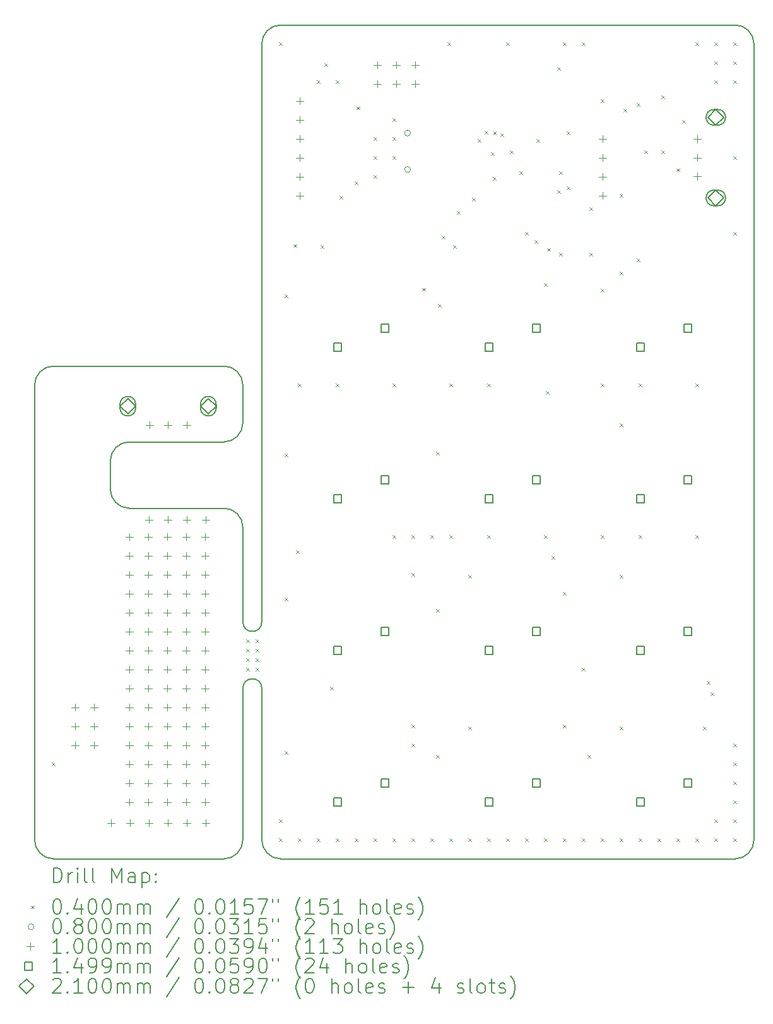
<source format=gbr>
%TF.GenerationSoftware,KiCad,Pcbnew,7.0.7*%
%TF.CreationDate,2023-10-21T15:17:43+02:00*%
%TF.ProjectId,mpad,6d706164-2e6b-4696-9361-645f70636258,rev?*%
%TF.SameCoordinates,Original*%
%TF.FileFunction,Drillmap*%
%TF.FilePolarity,Positive*%
%FSLAX45Y45*%
G04 Gerber Fmt 4.5, Leading zero omitted, Abs format (unit mm)*
G04 Created by KiCad (PCBNEW 7.0.7) date 2023-10-21 15:17:43*
%MOMM*%
%LPD*%
G01*
G04 APERTURE LIST*
%ADD10C,0.150000*%
%ADD11C,0.200000*%
%ADD12C,0.040000*%
%ADD13C,0.080000*%
%ADD14C,0.100000*%
%ADD15C,0.149860*%
%ADD16C,0.210000*%
G04 APERTURE END LIST*
D10*
X10287000Y-9994900D02*
G75*
G03*
X10033000Y-10248900I0J-254000D01*
G01*
X11811000Y-12407900D02*
X11811000Y-11137900D01*
X11811000Y-9232900D02*
G75*
G03*
X11557000Y-8978900I-254000J0D01*
G01*
X11811000Y-15328900D02*
X11811000Y-13296900D01*
X12319000Y-15582900D02*
X18415000Y-15582900D01*
X11557000Y-9994900D02*
G75*
G03*
X11811000Y-9740900I0J254000D01*
G01*
X12065000Y-4660900D02*
X12065000Y-12407900D01*
X10287000Y-9994900D02*
X11557000Y-9994900D01*
X18669000Y-15328900D02*
X18669000Y-4660900D01*
X12319000Y-4406900D02*
G75*
G03*
X12065000Y-4660900I0J-254000D01*
G01*
X18415000Y-4406900D02*
X12319000Y-4406900D01*
X9017000Y-9232900D02*
X9017000Y-15328900D01*
X18669000Y-4660900D02*
G75*
G03*
X18415000Y-4406900I-254000J0D01*
G01*
X10287000Y-10883900D02*
X11557000Y-10883900D01*
X9271000Y-8978900D02*
G75*
G03*
X9017000Y-9232900I0J-254000D01*
G01*
X11811000Y-12407900D02*
G75*
G03*
X12065000Y-12407900I127000J0D01*
G01*
X18415000Y-15582900D02*
G75*
G03*
X18669000Y-15328900I0J254000D01*
G01*
X10033000Y-10629900D02*
G75*
G03*
X10287000Y-10883900I254000J0D01*
G01*
X11557000Y-8978900D02*
X9271000Y-8978900D01*
X11811000Y-11137900D02*
G75*
G03*
X11557000Y-10883900I-254000J0D01*
G01*
X10033000Y-10629900D02*
X10033000Y-10248900D01*
X11557000Y-15582900D02*
G75*
G03*
X11811000Y-15328900I0J254000D01*
G01*
X9017000Y-15328900D02*
G75*
G03*
X9271000Y-15582900I254000J0D01*
G01*
X12065000Y-15328900D02*
X12065000Y-13296900D01*
X12065000Y-15328900D02*
G75*
G03*
X12319000Y-15582900I254000J0D01*
G01*
X12065000Y-13296900D02*
G75*
G03*
X11811000Y-13296900I-127000J0D01*
G01*
D11*
X11811000Y-9740900D02*
X11811000Y-9232900D01*
D10*
X9271000Y-15582900D02*
X11557000Y-15582900D01*
D11*
D12*
X9251000Y-14292900D02*
X9291000Y-14332900D01*
X9291000Y-14292900D02*
X9251000Y-14332900D01*
X11854500Y-12641900D02*
X11894500Y-12681900D01*
X11894500Y-12641900D02*
X11854500Y-12681900D01*
X11854500Y-12768900D02*
X11894500Y-12808900D01*
X11894500Y-12768900D02*
X11854500Y-12808900D01*
X11854500Y-12895900D02*
X11894500Y-12935900D01*
X11894500Y-12895900D02*
X11854500Y-12935900D01*
X11854500Y-13022900D02*
X11894500Y-13062900D01*
X11894500Y-13022900D02*
X11854500Y-13062900D01*
X11981500Y-12641900D02*
X12021500Y-12681900D01*
X12021500Y-12641900D02*
X11981500Y-12681900D01*
X11981500Y-12768900D02*
X12021500Y-12808900D01*
X12021500Y-12768900D02*
X11981500Y-12808900D01*
X11981500Y-12895900D02*
X12021500Y-12935900D01*
X12021500Y-12895900D02*
X11981500Y-12935900D01*
X11981500Y-13022900D02*
X12021500Y-13062900D01*
X12021500Y-13022900D02*
X11981500Y-13062900D01*
X12299000Y-4640900D02*
X12339000Y-4680900D01*
X12339000Y-4640900D02*
X12299000Y-4680900D01*
X12299000Y-15054900D02*
X12339000Y-15094900D01*
X12339000Y-15054900D02*
X12299000Y-15094900D01*
X12299000Y-15308900D02*
X12339000Y-15348900D01*
X12339000Y-15308900D02*
X12299000Y-15348900D01*
X12375200Y-8019100D02*
X12415200Y-8059100D01*
X12415200Y-8019100D02*
X12375200Y-8059100D01*
X12375200Y-10152700D02*
X12415200Y-10192700D01*
X12415200Y-10152700D02*
X12375200Y-10192700D01*
X12375200Y-12083100D02*
X12415200Y-12123100D01*
X12415200Y-12083100D02*
X12375200Y-12123100D01*
X12375200Y-14140500D02*
X12415200Y-14180500D01*
X12415200Y-14140500D02*
X12375200Y-14180500D01*
X12489500Y-7346000D02*
X12529500Y-7386000D01*
X12529500Y-7346000D02*
X12489500Y-7386000D01*
X12527600Y-11448100D02*
X12567600Y-11488100D01*
X12567600Y-11448100D02*
X12527600Y-11488100D01*
X12553000Y-9212900D02*
X12593000Y-9252900D01*
X12593000Y-9212900D02*
X12553000Y-9252900D01*
X12553000Y-15308900D02*
X12593000Y-15348900D01*
X12593000Y-15308900D02*
X12553000Y-15348900D01*
X12807000Y-5148900D02*
X12847000Y-5188900D01*
X12847000Y-5148900D02*
X12807000Y-5188900D01*
X12807000Y-15308900D02*
X12847000Y-15348900D01*
X12847000Y-15308900D02*
X12807000Y-15348900D01*
X12857800Y-7358700D02*
X12897800Y-7398700D01*
X12897800Y-7358700D02*
X12857800Y-7398700D01*
X12908600Y-4920300D02*
X12948600Y-4960300D01*
X12948600Y-4920300D02*
X12908600Y-4960300D01*
X12984800Y-13276900D02*
X13024800Y-13316900D01*
X13024800Y-13276900D02*
X12984800Y-13316900D01*
X13061000Y-5148900D02*
X13101000Y-5188900D01*
X13101000Y-5148900D02*
X13061000Y-5188900D01*
X13061000Y-9212900D02*
X13101000Y-9252900D01*
X13101000Y-9212900D02*
X13061000Y-9252900D01*
X13061000Y-15308900D02*
X13101000Y-15348900D01*
X13101000Y-15308900D02*
X13061000Y-15348900D01*
X13111800Y-6698300D02*
X13151800Y-6738300D01*
X13151800Y-6698300D02*
X13111800Y-6738300D01*
X13309185Y-6500915D02*
X13349185Y-6540915D01*
X13349185Y-6500915D02*
X13309185Y-6540915D01*
X13315000Y-15308900D02*
X13355000Y-15348900D01*
X13355000Y-15308900D02*
X13315000Y-15348900D01*
X13340400Y-5500750D02*
X13380400Y-5540750D01*
X13380400Y-5500750D02*
X13340400Y-5540750D01*
X13569000Y-5910900D02*
X13609000Y-5950900D01*
X13609000Y-5910900D02*
X13569000Y-5950900D01*
X13569000Y-6164900D02*
X13609000Y-6204900D01*
X13609000Y-6164900D02*
X13569000Y-6204900D01*
X13569000Y-6418900D02*
X13609000Y-6458900D01*
X13609000Y-6418900D02*
X13569000Y-6458900D01*
X13569000Y-15308900D02*
X13609000Y-15348900D01*
X13609000Y-15308900D02*
X13569000Y-15348900D01*
X13823000Y-5656900D02*
X13863000Y-5696900D01*
X13863000Y-5656900D02*
X13823000Y-5696900D01*
X13823000Y-5910900D02*
X13863000Y-5950900D01*
X13863000Y-5910900D02*
X13823000Y-5950900D01*
X13823000Y-6164900D02*
X13863000Y-6204900D01*
X13863000Y-6164900D02*
X13823000Y-6204900D01*
X13823000Y-9212900D02*
X13863000Y-9252900D01*
X13863000Y-9212900D02*
X13823000Y-9252900D01*
X13823000Y-11244900D02*
X13863000Y-11284900D01*
X13863000Y-11244900D02*
X13823000Y-11284900D01*
X13823000Y-15308900D02*
X13863000Y-15348900D01*
X13863000Y-15308900D02*
X13823000Y-15348900D01*
X14077000Y-11244900D02*
X14117000Y-11284900D01*
X14117000Y-11244900D02*
X14077000Y-11284900D01*
X14077000Y-11752900D02*
X14117000Y-11792900D01*
X14117000Y-11752900D02*
X14077000Y-11792900D01*
X14077000Y-13784900D02*
X14117000Y-13824900D01*
X14117000Y-13784900D02*
X14077000Y-13824900D01*
X14077000Y-14038900D02*
X14117000Y-14078900D01*
X14117000Y-14038900D02*
X14077000Y-14078900D01*
X14077000Y-15308900D02*
X14117000Y-15348900D01*
X14117000Y-15308900D02*
X14077000Y-15348900D01*
X14216700Y-7930200D02*
X14256700Y-7970200D01*
X14256700Y-7930200D02*
X14216700Y-7970200D01*
X14331000Y-11244900D02*
X14371000Y-11284900D01*
X14371000Y-11244900D02*
X14331000Y-11284900D01*
X14331000Y-15308900D02*
X14371000Y-15348900D01*
X14371000Y-15308900D02*
X14331000Y-15348900D01*
X14407200Y-10127300D02*
X14447200Y-10167300D01*
X14447200Y-10127300D02*
X14407200Y-10167300D01*
X14407200Y-12235500D02*
X14447200Y-12275500D01*
X14447200Y-12235500D02*
X14407200Y-12275500D01*
X14407200Y-14191300D02*
X14447200Y-14231300D01*
X14447200Y-14191300D02*
X14407200Y-14231300D01*
X14432600Y-8146100D02*
X14472600Y-8186100D01*
X14472600Y-8146100D02*
X14432600Y-8186100D01*
X14483400Y-7231700D02*
X14523400Y-7271700D01*
X14523400Y-7231700D02*
X14483400Y-7271700D01*
X14559600Y-4640900D02*
X14599600Y-4680900D01*
X14599600Y-4640900D02*
X14559600Y-4680900D01*
X14585000Y-9212900D02*
X14625000Y-9252900D01*
X14625000Y-9212900D02*
X14585000Y-9252900D01*
X14585000Y-11244900D02*
X14625000Y-11284900D01*
X14625000Y-11244900D02*
X14585000Y-11284900D01*
X14585000Y-15308900D02*
X14625000Y-15348900D01*
X14625000Y-15308900D02*
X14585000Y-15348900D01*
X14635800Y-7358700D02*
X14675800Y-7398700D01*
X14675800Y-7358700D02*
X14635800Y-7398700D01*
X14686600Y-6901500D02*
X14726600Y-6941500D01*
X14726600Y-6901500D02*
X14686600Y-6941500D01*
X14839000Y-11778300D02*
X14879000Y-11818300D01*
X14879000Y-11778300D02*
X14839000Y-11818300D01*
X14839000Y-13810300D02*
X14879000Y-13850300D01*
X14879000Y-13810300D02*
X14839000Y-13850300D01*
X14839000Y-15308900D02*
X14879000Y-15348900D01*
X14879000Y-15308900D02*
X14839000Y-15348900D01*
X14889800Y-6723700D02*
X14929800Y-6763700D01*
X14929800Y-6723700D02*
X14889800Y-6763700D01*
X14966000Y-5936300D02*
X15006000Y-5976300D01*
X15006000Y-5936300D02*
X14966000Y-5976300D01*
X15058591Y-5823900D02*
X15098591Y-5863900D01*
X15098591Y-5823900D02*
X15058591Y-5863900D01*
X15093000Y-9212900D02*
X15133000Y-9252900D01*
X15133000Y-9212900D02*
X15093000Y-9252900D01*
X15093000Y-11244900D02*
X15133000Y-11284900D01*
X15133000Y-11244900D02*
X15093000Y-11284900D01*
X15093000Y-15308900D02*
X15133000Y-15348900D01*
X15133000Y-15308900D02*
X15093000Y-15348900D01*
X15143800Y-6114100D02*
X15183800Y-6154100D01*
X15183800Y-6114100D02*
X15143800Y-6154100D01*
X15169200Y-6444300D02*
X15209200Y-6484300D01*
X15209200Y-6444300D02*
X15169200Y-6484300D01*
X15170525Y-5833375D02*
X15210525Y-5873375D01*
X15210525Y-5833375D02*
X15170525Y-5873375D01*
X15270370Y-5860530D02*
X15310370Y-5900530D01*
X15310370Y-5860530D02*
X15270370Y-5900530D01*
X15347000Y-4640900D02*
X15387000Y-4680900D01*
X15387000Y-4640900D02*
X15347000Y-4680900D01*
X15347000Y-15308900D02*
X15387000Y-15348900D01*
X15387000Y-15308900D02*
X15347000Y-15348900D01*
X15397000Y-6088700D02*
X15437000Y-6128700D01*
X15437000Y-6088700D02*
X15397000Y-6128700D01*
X15524800Y-6368100D02*
X15564800Y-6408100D01*
X15564800Y-6368100D02*
X15524800Y-6408100D01*
X15601000Y-7180900D02*
X15641000Y-7220900D01*
X15641000Y-7180900D02*
X15601000Y-7220900D01*
X15601000Y-15308900D02*
X15641000Y-15348900D01*
X15641000Y-15308900D02*
X15601000Y-15348900D01*
X15728000Y-7292390D02*
X15768000Y-7332390D01*
X15768000Y-7292390D02*
X15728000Y-7332390D01*
X15753400Y-5936300D02*
X15793400Y-5976300D01*
X15793400Y-5936300D02*
X15753400Y-5976300D01*
X15855000Y-7866700D02*
X15895000Y-7906700D01*
X15895000Y-7866700D02*
X15855000Y-7906700D01*
X15855000Y-11244900D02*
X15895000Y-11284900D01*
X15895000Y-11244900D02*
X15855000Y-11284900D01*
X15855000Y-15308900D02*
X15895000Y-15348900D01*
X15895000Y-15308900D02*
X15855000Y-15348900D01*
X15880400Y-9314500D02*
X15920400Y-9354500D01*
X15920400Y-9314500D02*
X15880400Y-9354500D01*
X15893530Y-7396370D02*
X15933530Y-7436370D01*
X15933530Y-7396370D02*
X15893530Y-7436370D01*
X15956600Y-11524300D02*
X15996600Y-11564300D01*
X15996600Y-11524300D02*
X15956600Y-11564300D01*
X16032800Y-4971100D02*
X16072800Y-5011100D01*
X16072800Y-4971100D02*
X16032800Y-5011100D01*
X16032800Y-6622100D02*
X16072800Y-6662100D01*
X16072800Y-6622100D02*
X16032800Y-6662100D01*
X16058200Y-6368100D02*
X16098200Y-6408100D01*
X16098200Y-6368100D02*
X16058200Y-6408100D01*
X16058200Y-7460300D02*
X16098200Y-7500300D01*
X16098200Y-7460300D02*
X16058200Y-7500300D01*
X16109000Y-4640900D02*
X16149000Y-4680900D01*
X16149000Y-4640900D02*
X16109000Y-4680900D01*
X16109000Y-12006900D02*
X16149000Y-12046900D01*
X16149000Y-12006900D02*
X16109000Y-12046900D01*
X16109000Y-13784900D02*
X16149000Y-13824900D01*
X16149000Y-13784900D02*
X16109000Y-13824900D01*
X16109000Y-15308900D02*
X16149000Y-15348900D01*
X16149000Y-15308900D02*
X16109000Y-15348900D01*
X16157750Y-6571300D02*
X16197750Y-6611300D01*
X16197750Y-6571300D02*
X16157750Y-6611300D01*
X16159800Y-5834700D02*
X16199800Y-5874700D01*
X16199800Y-5834700D02*
X16159800Y-5874700D01*
X16363000Y-4640900D02*
X16403000Y-4680900D01*
X16403000Y-4640900D02*
X16363000Y-4680900D01*
X16363000Y-13022900D02*
X16403000Y-13062900D01*
X16403000Y-13022900D02*
X16363000Y-13062900D01*
X16363000Y-15308900D02*
X16403000Y-15348900D01*
X16403000Y-15308900D02*
X16363000Y-15348900D01*
X16439200Y-14191300D02*
X16479200Y-14231300D01*
X16479200Y-14191300D02*
X16439200Y-14231300D01*
X16464600Y-6850700D02*
X16504600Y-6890700D01*
X16504600Y-6850700D02*
X16464600Y-6890700D01*
X16464600Y-7460300D02*
X16504600Y-7500300D01*
X16504600Y-7460300D02*
X16464600Y-7500300D01*
X16617000Y-5402900D02*
X16657000Y-5442900D01*
X16657000Y-5402900D02*
X16617000Y-5442900D01*
X16617000Y-7942900D02*
X16657000Y-7982900D01*
X16657000Y-7942900D02*
X16617000Y-7982900D01*
X16617000Y-9212900D02*
X16657000Y-9252900D01*
X16657000Y-9212900D02*
X16617000Y-9252900D01*
X16617000Y-11244900D02*
X16657000Y-11284900D01*
X16657000Y-11244900D02*
X16617000Y-11284900D01*
X16617000Y-15308900D02*
X16657000Y-15348900D01*
X16657000Y-15308900D02*
X16617000Y-15348900D01*
X16871000Y-6672900D02*
X16911000Y-6712900D01*
X16911000Y-6672900D02*
X16871000Y-6712900D01*
X16871000Y-7714300D02*
X16911000Y-7754300D01*
X16911000Y-7714300D02*
X16871000Y-7754300D01*
X16871000Y-9746300D02*
X16911000Y-9786300D01*
X16911000Y-9746300D02*
X16871000Y-9786300D01*
X16871000Y-11778300D02*
X16911000Y-11818300D01*
X16911000Y-11778300D02*
X16871000Y-11818300D01*
X16871000Y-13810300D02*
X16911000Y-13850300D01*
X16911000Y-13810300D02*
X16871000Y-13850300D01*
X16871000Y-15308900D02*
X16911000Y-15348900D01*
X16911000Y-15308900D02*
X16871000Y-15348900D01*
X16921800Y-5529900D02*
X16961800Y-5569900D01*
X16961800Y-5529900D02*
X16921800Y-5569900D01*
X17099600Y-5453700D02*
X17139600Y-5493700D01*
X17139600Y-5453700D02*
X17099600Y-5493700D01*
X17099600Y-7536500D02*
X17139600Y-7576500D01*
X17139600Y-7536500D02*
X17099600Y-7576500D01*
X17125000Y-9212900D02*
X17165000Y-9252900D01*
X17165000Y-9212900D02*
X17125000Y-9252900D01*
X17125000Y-11244900D02*
X17165000Y-11284900D01*
X17165000Y-11244900D02*
X17125000Y-11284900D01*
X17125000Y-15308900D02*
X17165000Y-15348900D01*
X17165000Y-15308900D02*
X17125000Y-15348900D01*
X17201200Y-6088700D02*
X17241200Y-6128700D01*
X17241200Y-6088700D02*
X17201200Y-6128700D01*
X17379000Y-15308900D02*
X17419000Y-15348900D01*
X17419000Y-15308900D02*
X17379000Y-15348900D01*
X17429800Y-5352100D02*
X17469800Y-5392100D01*
X17469800Y-5352100D02*
X17429800Y-5392100D01*
X17429800Y-6088700D02*
X17469800Y-6128700D01*
X17469800Y-6088700D02*
X17429800Y-6128700D01*
X17633000Y-6330000D02*
X17673000Y-6370000D01*
X17673000Y-6330000D02*
X17633000Y-6370000D01*
X17633000Y-15308900D02*
X17673000Y-15348900D01*
X17673000Y-15308900D02*
X17633000Y-15348900D01*
X17709200Y-5682300D02*
X17749200Y-5722300D01*
X17749200Y-5682300D02*
X17709200Y-5722300D01*
X17887000Y-4640900D02*
X17927000Y-4680900D01*
X17927000Y-4640900D02*
X17887000Y-4680900D01*
X17887000Y-9212900D02*
X17927000Y-9252900D01*
X17927000Y-9212900D02*
X17887000Y-9252900D01*
X17887000Y-11244900D02*
X17927000Y-11284900D01*
X17927000Y-11244900D02*
X17887000Y-11284900D01*
X17887000Y-15308900D02*
X17927000Y-15348900D01*
X17927000Y-15308900D02*
X17887000Y-15348900D01*
X17988600Y-13810300D02*
X18028600Y-13850300D01*
X18028600Y-13810300D02*
X17988600Y-13850300D01*
X18039400Y-13200700D02*
X18079400Y-13240700D01*
X18079400Y-13200700D02*
X18039400Y-13240700D01*
X18090200Y-13353100D02*
X18130200Y-13393100D01*
X18130200Y-13353100D02*
X18090200Y-13393100D01*
X18141000Y-4640900D02*
X18181000Y-4680900D01*
X18181000Y-4640900D02*
X18141000Y-4680900D01*
X18141000Y-4894900D02*
X18181000Y-4934900D01*
X18181000Y-4894900D02*
X18141000Y-4934900D01*
X18141000Y-5148900D02*
X18181000Y-5188900D01*
X18181000Y-5148900D02*
X18141000Y-5188900D01*
X18141000Y-15054900D02*
X18181000Y-15094900D01*
X18181000Y-15054900D02*
X18141000Y-15094900D01*
X18141000Y-15308900D02*
X18181000Y-15348900D01*
X18181000Y-15308900D02*
X18141000Y-15348900D01*
X18395000Y-4640900D02*
X18435000Y-4680900D01*
X18435000Y-4640900D02*
X18395000Y-4680900D01*
X18395000Y-4894900D02*
X18435000Y-4934900D01*
X18435000Y-4894900D02*
X18395000Y-4934900D01*
X18395000Y-5148900D02*
X18435000Y-5188900D01*
X18435000Y-5148900D02*
X18395000Y-5188900D01*
X18395000Y-6164900D02*
X18435000Y-6204900D01*
X18435000Y-6164900D02*
X18395000Y-6204900D01*
X18395000Y-7180900D02*
X18435000Y-7220900D01*
X18435000Y-7180900D02*
X18395000Y-7220900D01*
X18395000Y-14038900D02*
X18435000Y-14078900D01*
X18435000Y-14038900D02*
X18395000Y-14078900D01*
X18395000Y-14292900D02*
X18435000Y-14332900D01*
X18435000Y-14292900D02*
X18395000Y-14332900D01*
X18395000Y-14546900D02*
X18435000Y-14586900D01*
X18435000Y-14546900D02*
X18395000Y-14586900D01*
X18395000Y-14800900D02*
X18435000Y-14840900D01*
X18435000Y-14800900D02*
X18395000Y-14840900D01*
X18395000Y-15054900D02*
X18435000Y-15094900D01*
X18435000Y-15054900D02*
X18395000Y-15094900D01*
X18395000Y-15308900D02*
X18435000Y-15348900D01*
X18435000Y-15308900D02*
X18395000Y-15348900D01*
D13*
X14060800Y-5854700D02*
G75*
G03*
X14060800Y-5854700I-40000J0D01*
G01*
X14060800Y-6344700D02*
G75*
G03*
X14060800Y-6344700I-40000J0D01*
G01*
D14*
X9563100Y-13500900D02*
X9563100Y-13600900D01*
X9513100Y-13550900D02*
X9613100Y-13550900D01*
X9563100Y-13754900D02*
X9563100Y-13854900D01*
X9513100Y-13804900D02*
X9613100Y-13804900D01*
X9563100Y-14008900D02*
X9563100Y-14108900D01*
X9513100Y-14058900D02*
X9613100Y-14058900D01*
X9817100Y-13500900D02*
X9817100Y-13600900D01*
X9767100Y-13550900D02*
X9867100Y-13550900D01*
X9817100Y-13754900D02*
X9817100Y-13854900D01*
X9767100Y-13804900D02*
X9867100Y-13804900D01*
X9817100Y-14008900D02*
X9817100Y-14108900D01*
X9767100Y-14058900D02*
X9867100Y-14058900D01*
X10045700Y-15050300D02*
X10045700Y-15150300D01*
X9995700Y-15100300D02*
X10095700Y-15100300D01*
X10287000Y-11214900D02*
X10287000Y-11314900D01*
X10237000Y-11264900D02*
X10337000Y-11264900D01*
X10287000Y-11468900D02*
X10287000Y-11568900D01*
X10237000Y-11518900D02*
X10337000Y-11518900D01*
X10287000Y-11722900D02*
X10287000Y-11822900D01*
X10237000Y-11772900D02*
X10337000Y-11772900D01*
X10287000Y-11976900D02*
X10287000Y-12076900D01*
X10237000Y-12026900D02*
X10337000Y-12026900D01*
X10287000Y-12230900D02*
X10287000Y-12330900D01*
X10237000Y-12280900D02*
X10337000Y-12280900D01*
X10287000Y-12484900D02*
X10287000Y-12584900D01*
X10237000Y-12534900D02*
X10337000Y-12534900D01*
X10287000Y-12738900D02*
X10287000Y-12838900D01*
X10237000Y-12788900D02*
X10337000Y-12788900D01*
X10287000Y-12992900D02*
X10287000Y-13092900D01*
X10237000Y-13042900D02*
X10337000Y-13042900D01*
X10287000Y-13246900D02*
X10287000Y-13346900D01*
X10237000Y-13296900D02*
X10337000Y-13296900D01*
X10287000Y-13500900D02*
X10287000Y-13600900D01*
X10237000Y-13550900D02*
X10337000Y-13550900D01*
X10287000Y-13754900D02*
X10287000Y-13854900D01*
X10237000Y-13804900D02*
X10337000Y-13804900D01*
X10287000Y-14008900D02*
X10287000Y-14108900D01*
X10237000Y-14058900D02*
X10337000Y-14058900D01*
X10287000Y-14262900D02*
X10287000Y-14362900D01*
X10237000Y-14312900D02*
X10337000Y-14312900D01*
X10287000Y-14516900D02*
X10287000Y-14616900D01*
X10237000Y-14566900D02*
X10337000Y-14566900D01*
X10287000Y-14770900D02*
X10287000Y-14870900D01*
X10237000Y-14820900D02*
X10337000Y-14820900D01*
X10299700Y-15050300D02*
X10299700Y-15150300D01*
X10249700Y-15100300D02*
X10349700Y-15100300D01*
X10541000Y-11214900D02*
X10541000Y-11314900D01*
X10491000Y-11264900D02*
X10591000Y-11264900D01*
X10541000Y-11468900D02*
X10541000Y-11568900D01*
X10491000Y-11518900D02*
X10591000Y-11518900D01*
X10541000Y-11722900D02*
X10541000Y-11822900D01*
X10491000Y-11772900D02*
X10591000Y-11772900D01*
X10541000Y-11976900D02*
X10541000Y-12076900D01*
X10491000Y-12026900D02*
X10591000Y-12026900D01*
X10541000Y-12230900D02*
X10541000Y-12330900D01*
X10491000Y-12280900D02*
X10591000Y-12280900D01*
X10541000Y-12484900D02*
X10541000Y-12584900D01*
X10491000Y-12534900D02*
X10591000Y-12534900D01*
X10541000Y-12738900D02*
X10541000Y-12838900D01*
X10491000Y-12788900D02*
X10591000Y-12788900D01*
X10541000Y-12992900D02*
X10541000Y-13092900D01*
X10491000Y-13042900D02*
X10591000Y-13042900D01*
X10541000Y-13246900D02*
X10541000Y-13346900D01*
X10491000Y-13296900D02*
X10591000Y-13296900D01*
X10541000Y-13500900D02*
X10541000Y-13600900D01*
X10491000Y-13550900D02*
X10591000Y-13550900D01*
X10541000Y-13754900D02*
X10541000Y-13854900D01*
X10491000Y-13804900D02*
X10591000Y-13804900D01*
X10541000Y-14008900D02*
X10541000Y-14108900D01*
X10491000Y-14058900D02*
X10591000Y-14058900D01*
X10541000Y-14262900D02*
X10541000Y-14362900D01*
X10491000Y-14312900D02*
X10591000Y-14312900D01*
X10541000Y-14516900D02*
X10541000Y-14616900D01*
X10491000Y-14566900D02*
X10591000Y-14566900D01*
X10541000Y-14770900D02*
X10541000Y-14870900D01*
X10491000Y-14820900D02*
X10591000Y-14820900D01*
X10553700Y-10986300D02*
X10553700Y-11086300D01*
X10503700Y-11036300D02*
X10603700Y-11036300D01*
X10553700Y-15050300D02*
X10553700Y-15150300D01*
X10503700Y-15100300D02*
X10603700Y-15100300D01*
X10557700Y-9716300D02*
X10557700Y-9816300D01*
X10507700Y-9766300D02*
X10607700Y-9766300D01*
X10795000Y-11214900D02*
X10795000Y-11314900D01*
X10745000Y-11264900D02*
X10845000Y-11264900D01*
X10795000Y-11468900D02*
X10795000Y-11568900D01*
X10745000Y-11518900D02*
X10845000Y-11518900D01*
X10795000Y-11722900D02*
X10795000Y-11822900D01*
X10745000Y-11772900D02*
X10845000Y-11772900D01*
X10795000Y-11976900D02*
X10795000Y-12076900D01*
X10745000Y-12026900D02*
X10845000Y-12026900D01*
X10795000Y-12230900D02*
X10795000Y-12330900D01*
X10745000Y-12280900D02*
X10845000Y-12280900D01*
X10795000Y-12484900D02*
X10795000Y-12584900D01*
X10745000Y-12534900D02*
X10845000Y-12534900D01*
X10795000Y-12738900D02*
X10795000Y-12838900D01*
X10745000Y-12788900D02*
X10845000Y-12788900D01*
X10795000Y-12992900D02*
X10795000Y-13092900D01*
X10745000Y-13042900D02*
X10845000Y-13042900D01*
X10795000Y-13246900D02*
X10795000Y-13346900D01*
X10745000Y-13296900D02*
X10845000Y-13296900D01*
X10795000Y-13500900D02*
X10795000Y-13600900D01*
X10745000Y-13550900D02*
X10845000Y-13550900D01*
X10795000Y-13754900D02*
X10795000Y-13854900D01*
X10745000Y-13804900D02*
X10845000Y-13804900D01*
X10795000Y-14008900D02*
X10795000Y-14108900D01*
X10745000Y-14058900D02*
X10845000Y-14058900D01*
X10795000Y-14262900D02*
X10795000Y-14362900D01*
X10745000Y-14312900D02*
X10845000Y-14312900D01*
X10795000Y-14516900D02*
X10795000Y-14616900D01*
X10745000Y-14566900D02*
X10845000Y-14566900D01*
X10795000Y-14770900D02*
X10795000Y-14870900D01*
X10745000Y-14820900D02*
X10845000Y-14820900D01*
X10807700Y-9716300D02*
X10807700Y-9816300D01*
X10757700Y-9766300D02*
X10857700Y-9766300D01*
X10807700Y-10986300D02*
X10807700Y-11086300D01*
X10757700Y-11036300D02*
X10857700Y-11036300D01*
X10807700Y-15050300D02*
X10807700Y-15150300D01*
X10757700Y-15100300D02*
X10857700Y-15100300D01*
X11049000Y-11214900D02*
X11049000Y-11314900D01*
X10999000Y-11264900D02*
X11099000Y-11264900D01*
X11049000Y-11468900D02*
X11049000Y-11568900D01*
X10999000Y-11518900D02*
X11099000Y-11518900D01*
X11049000Y-11722900D02*
X11049000Y-11822900D01*
X10999000Y-11772900D02*
X11099000Y-11772900D01*
X11049000Y-11976900D02*
X11049000Y-12076900D01*
X10999000Y-12026900D02*
X11099000Y-12026900D01*
X11049000Y-12230900D02*
X11049000Y-12330900D01*
X10999000Y-12280900D02*
X11099000Y-12280900D01*
X11049000Y-12484900D02*
X11049000Y-12584900D01*
X10999000Y-12534900D02*
X11099000Y-12534900D01*
X11049000Y-12738900D02*
X11049000Y-12838900D01*
X10999000Y-12788900D02*
X11099000Y-12788900D01*
X11049000Y-12992900D02*
X11049000Y-13092900D01*
X10999000Y-13042900D02*
X11099000Y-13042900D01*
X11049000Y-13246900D02*
X11049000Y-13346900D01*
X10999000Y-13296900D02*
X11099000Y-13296900D01*
X11049000Y-13500900D02*
X11049000Y-13600900D01*
X10999000Y-13550900D02*
X11099000Y-13550900D01*
X11049000Y-13754900D02*
X11049000Y-13854900D01*
X10999000Y-13804900D02*
X11099000Y-13804900D01*
X11049000Y-14008900D02*
X11049000Y-14108900D01*
X10999000Y-14058900D02*
X11099000Y-14058900D01*
X11049000Y-14262900D02*
X11049000Y-14362900D01*
X10999000Y-14312900D02*
X11099000Y-14312900D01*
X11049000Y-14516900D02*
X11049000Y-14616900D01*
X10999000Y-14566900D02*
X11099000Y-14566900D01*
X11049000Y-14770900D02*
X11049000Y-14870900D01*
X10999000Y-14820900D02*
X11099000Y-14820900D01*
X11057700Y-9716300D02*
X11057700Y-9816300D01*
X11007700Y-9766300D02*
X11107700Y-9766300D01*
X11061700Y-10986300D02*
X11061700Y-11086300D01*
X11011700Y-11036300D02*
X11111700Y-11036300D01*
X11061700Y-15050300D02*
X11061700Y-15150300D01*
X11011700Y-15100300D02*
X11111700Y-15100300D01*
X11303000Y-11214900D02*
X11303000Y-11314900D01*
X11253000Y-11264900D02*
X11353000Y-11264900D01*
X11303000Y-11468900D02*
X11303000Y-11568900D01*
X11253000Y-11518900D02*
X11353000Y-11518900D01*
X11303000Y-11722900D02*
X11303000Y-11822900D01*
X11253000Y-11772900D02*
X11353000Y-11772900D01*
X11303000Y-11976900D02*
X11303000Y-12076900D01*
X11253000Y-12026900D02*
X11353000Y-12026900D01*
X11303000Y-12230900D02*
X11303000Y-12330900D01*
X11253000Y-12280900D02*
X11353000Y-12280900D01*
X11303000Y-12484900D02*
X11303000Y-12584900D01*
X11253000Y-12534900D02*
X11353000Y-12534900D01*
X11303000Y-12738900D02*
X11303000Y-12838900D01*
X11253000Y-12788900D02*
X11353000Y-12788900D01*
X11303000Y-12992900D02*
X11303000Y-13092900D01*
X11253000Y-13042900D02*
X11353000Y-13042900D01*
X11303000Y-13246900D02*
X11303000Y-13346900D01*
X11253000Y-13296900D02*
X11353000Y-13296900D01*
X11303000Y-13500900D02*
X11303000Y-13600900D01*
X11253000Y-13550900D02*
X11353000Y-13550900D01*
X11303000Y-13754900D02*
X11303000Y-13854900D01*
X11253000Y-13804900D02*
X11353000Y-13804900D01*
X11303000Y-14008900D02*
X11303000Y-14108900D01*
X11253000Y-14058900D02*
X11353000Y-14058900D01*
X11303000Y-14262900D02*
X11303000Y-14362900D01*
X11253000Y-14312900D02*
X11353000Y-14312900D01*
X11303000Y-14516900D02*
X11303000Y-14616900D01*
X11253000Y-14566900D02*
X11353000Y-14566900D01*
X11303000Y-14770900D02*
X11303000Y-14870900D01*
X11253000Y-14820900D02*
X11353000Y-14820900D01*
X11315700Y-10986300D02*
X11315700Y-11086300D01*
X11265700Y-11036300D02*
X11365700Y-11036300D01*
X11315700Y-15050300D02*
X11315700Y-15150300D01*
X11265700Y-15100300D02*
X11365700Y-15100300D01*
X12573000Y-5372900D02*
X12573000Y-5472900D01*
X12523000Y-5422900D02*
X12623000Y-5422900D01*
X12573000Y-5626900D02*
X12573000Y-5726900D01*
X12523000Y-5676900D02*
X12623000Y-5676900D01*
X12573000Y-5880900D02*
X12573000Y-5980900D01*
X12523000Y-5930900D02*
X12623000Y-5930900D01*
X12573000Y-6134900D02*
X12573000Y-6234900D01*
X12523000Y-6184900D02*
X12623000Y-6184900D01*
X12573000Y-6388900D02*
X12573000Y-6488900D01*
X12523000Y-6438900D02*
X12623000Y-6438900D01*
X12573000Y-6642900D02*
X12573000Y-6742900D01*
X12523000Y-6692900D02*
X12623000Y-6692900D01*
X13614400Y-4890300D02*
X13614400Y-4990300D01*
X13564400Y-4940300D02*
X13664400Y-4940300D01*
X13614400Y-5144300D02*
X13614400Y-5244300D01*
X13564400Y-5194300D02*
X13664400Y-5194300D01*
X13868400Y-4890300D02*
X13868400Y-4990300D01*
X13818400Y-4940300D02*
X13918400Y-4940300D01*
X13868400Y-5144300D02*
X13868400Y-5244300D01*
X13818400Y-5194300D02*
X13918400Y-5194300D01*
X14122400Y-4890300D02*
X14122400Y-4990300D01*
X14072400Y-4940300D02*
X14172400Y-4940300D01*
X14122400Y-5144300D02*
X14122400Y-5244300D01*
X14072400Y-5194300D02*
X14172400Y-5194300D01*
X16637000Y-5880900D02*
X16637000Y-5980900D01*
X16587000Y-5930900D02*
X16687000Y-5930900D01*
X16637000Y-6134900D02*
X16637000Y-6234900D01*
X16587000Y-6184900D02*
X16687000Y-6184900D01*
X16637000Y-6388900D02*
X16637000Y-6488900D01*
X16587000Y-6438900D02*
X16687000Y-6438900D01*
X16637000Y-6642900D02*
X16637000Y-6742900D01*
X16587000Y-6692900D02*
X16687000Y-6692900D01*
X17907000Y-5884900D02*
X17907000Y-5984900D01*
X17857000Y-5934900D02*
X17957000Y-5934900D01*
X17907000Y-6134900D02*
X17907000Y-6234900D01*
X17857000Y-6184900D02*
X17957000Y-6184900D01*
X17907000Y-6384900D02*
X17907000Y-6484900D01*
X17857000Y-6434900D02*
X17957000Y-6434900D01*
D15*
X13133984Y-8777884D02*
X13133984Y-8671916D01*
X13028016Y-8671916D01*
X13028016Y-8777884D01*
X13133984Y-8777884D01*
X13133984Y-10809884D02*
X13133984Y-10703916D01*
X13028016Y-10703916D01*
X13028016Y-10809884D01*
X13133984Y-10809884D01*
X13133984Y-12841884D02*
X13133984Y-12735916D01*
X13028016Y-12735916D01*
X13028016Y-12841884D01*
X13133984Y-12841884D01*
X13133984Y-14873884D02*
X13133984Y-14767916D01*
X13028016Y-14767916D01*
X13028016Y-14873884D01*
X13133984Y-14873884D01*
X13768984Y-8523884D02*
X13768984Y-8417916D01*
X13663016Y-8417916D01*
X13663016Y-8523884D01*
X13768984Y-8523884D01*
X13768984Y-10555884D02*
X13768984Y-10449916D01*
X13663016Y-10449916D01*
X13663016Y-10555884D01*
X13768984Y-10555884D01*
X13768984Y-12587884D02*
X13768984Y-12481916D01*
X13663016Y-12481916D01*
X13663016Y-12587884D01*
X13768984Y-12587884D01*
X13768984Y-14619884D02*
X13768984Y-14513916D01*
X13663016Y-14513916D01*
X13663016Y-14619884D01*
X13768984Y-14619884D01*
X15165984Y-8777884D02*
X15165984Y-8671916D01*
X15060016Y-8671916D01*
X15060016Y-8777884D01*
X15165984Y-8777884D01*
X15165984Y-10809884D02*
X15165984Y-10703916D01*
X15060016Y-10703916D01*
X15060016Y-10809884D01*
X15165984Y-10809884D01*
X15165984Y-12841884D02*
X15165984Y-12735916D01*
X15060016Y-12735916D01*
X15060016Y-12841884D01*
X15165984Y-12841884D01*
X15165984Y-14873884D02*
X15165984Y-14767916D01*
X15060016Y-14767916D01*
X15060016Y-14873884D01*
X15165984Y-14873884D01*
X15800984Y-8523884D02*
X15800984Y-8417916D01*
X15695016Y-8417916D01*
X15695016Y-8523884D01*
X15800984Y-8523884D01*
X15800984Y-10555884D02*
X15800984Y-10449916D01*
X15695016Y-10449916D01*
X15695016Y-10555884D01*
X15800984Y-10555884D01*
X15800984Y-12587884D02*
X15800984Y-12481916D01*
X15695016Y-12481916D01*
X15695016Y-12587884D01*
X15800984Y-12587884D01*
X15800984Y-14619884D02*
X15800984Y-14513916D01*
X15695016Y-14513916D01*
X15695016Y-14619884D01*
X15800984Y-14619884D01*
X17197984Y-8777884D02*
X17197984Y-8671916D01*
X17092016Y-8671916D01*
X17092016Y-8777884D01*
X17197984Y-8777884D01*
X17197984Y-10809884D02*
X17197984Y-10703916D01*
X17092016Y-10703916D01*
X17092016Y-10809884D01*
X17197984Y-10809884D01*
X17197984Y-12841884D02*
X17197984Y-12735916D01*
X17092016Y-12735916D01*
X17092016Y-12841884D01*
X17197984Y-12841884D01*
X17197984Y-14873884D02*
X17197984Y-14767916D01*
X17092016Y-14767916D01*
X17092016Y-14873884D01*
X17197984Y-14873884D01*
X17832984Y-8523884D02*
X17832984Y-8417916D01*
X17727016Y-8417916D01*
X17727016Y-8523884D01*
X17832984Y-8523884D01*
X17832984Y-10555884D02*
X17832984Y-10449916D01*
X17727016Y-10449916D01*
X17727016Y-10555884D01*
X17832984Y-10555884D01*
X17832984Y-12587884D02*
X17832984Y-12481916D01*
X17727016Y-12481916D01*
X17727016Y-12587884D01*
X17832984Y-12587884D01*
X17832984Y-14619884D02*
X17832984Y-14513916D01*
X17727016Y-14513916D01*
X17727016Y-14619884D01*
X17832984Y-14619884D01*
D16*
X10267700Y-9621300D02*
X10372700Y-9516300D01*
X10267700Y-9411300D01*
X10162700Y-9516300D01*
X10267700Y-9621300D01*
D11*
X10162700Y-9491300D02*
X10162700Y-9541300D01*
X10162700Y-9541300D02*
G75*
G03*
X10372700Y-9541300I105000J0D01*
G01*
X10372700Y-9541300D02*
X10372700Y-9491300D01*
X10372700Y-9491300D02*
G75*
G03*
X10162700Y-9491300I-105000J0D01*
G01*
D16*
X11347700Y-9621300D02*
X11452700Y-9516300D01*
X11347700Y-9411300D01*
X11242700Y-9516300D01*
X11347700Y-9621300D01*
D11*
X11242700Y-9491300D02*
X11242700Y-9541300D01*
X11242700Y-9541300D02*
G75*
G03*
X11452700Y-9541300I105000J0D01*
G01*
X11452700Y-9541300D02*
X11452700Y-9491300D01*
X11452700Y-9491300D02*
G75*
G03*
X11242700Y-9491300I-105000J0D01*
G01*
D16*
X18157000Y-5749900D02*
X18262000Y-5644900D01*
X18157000Y-5539900D01*
X18052000Y-5644900D01*
X18157000Y-5749900D01*
D11*
X18182000Y-5539900D02*
X18132000Y-5539900D01*
X18132000Y-5539900D02*
G75*
G03*
X18132000Y-5749900I0J-105000D01*
G01*
X18132000Y-5749900D02*
X18182000Y-5749900D01*
X18182000Y-5749900D02*
G75*
G03*
X18182000Y-5539900I0J105000D01*
G01*
D16*
X18157000Y-6829900D02*
X18262000Y-6724900D01*
X18157000Y-6619900D01*
X18052000Y-6724900D01*
X18157000Y-6829900D01*
D11*
X18182000Y-6619900D02*
X18132000Y-6619900D01*
X18132000Y-6619900D02*
G75*
G03*
X18132000Y-6829900I0J-105000D01*
G01*
X18132000Y-6829900D02*
X18182000Y-6829900D01*
X18182000Y-6829900D02*
G75*
G03*
X18182000Y-6619900I0J105000D01*
G01*
X9270277Y-15901884D02*
X9270277Y-15701884D01*
X9270277Y-15701884D02*
X9317896Y-15701884D01*
X9317896Y-15701884D02*
X9346467Y-15711408D01*
X9346467Y-15711408D02*
X9365515Y-15730455D01*
X9365515Y-15730455D02*
X9375039Y-15749503D01*
X9375039Y-15749503D02*
X9384563Y-15787598D01*
X9384563Y-15787598D02*
X9384563Y-15816170D01*
X9384563Y-15816170D02*
X9375039Y-15854265D01*
X9375039Y-15854265D02*
X9365515Y-15873312D01*
X9365515Y-15873312D02*
X9346467Y-15892360D01*
X9346467Y-15892360D02*
X9317896Y-15901884D01*
X9317896Y-15901884D02*
X9270277Y-15901884D01*
X9470277Y-15901884D02*
X9470277Y-15768550D01*
X9470277Y-15806646D02*
X9479801Y-15787598D01*
X9479801Y-15787598D02*
X9489324Y-15778074D01*
X9489324Y-15778074D02*
X9508372Y-15768550D01*
X9508372Y-15768550D02*
X9527420Y-15768550D01*
X9594086Y-15901884D02*
X9594086Y-15768550D01*
X9594086Y-15701884D02*
X9584563Y-15711408D01*
X9584563Y-15711408D02*
X9594086Y-15720931D01*
X9594086Y-15720931D02*
X9603610Y-15711408D01*
X9603610Y-15711408D02*
X9594086Y-15701884D01*
X9594086Y-15701884D02*
X9594086Y-15720931D01*
X9717896Y-15901884D02*
X9698848Y-15892360D01*
X9698848Y-15892360D02*
X9689324Y-15873312D01*
X9689324Y-15873312D02*
X9689324Y-15701884D01*
X9822658Y-15901884D02*
X9803610Y-15892360D01*
X9803610Y-15892360D02*
X9794086Y-15873312D01*
X9794086Y-15873312D02*
X9794086Y-15701884D01*
X10051229Y-15901884D02*
X10051229Y-15701884D01*
X10051229Y-15701884D02*
X10117896Y-15844741D01*
X10117896Y-15844741D02*
X10184563Y-15701884D01*
X10184563Y-15701884D02*
X10184563Y-15901884D01*
X10365515Y-15901884D02*
X10365515Y-15797122D01*
X10365515Y-15797122D02*
X10355991Y-15778074D01*
X10355991Y-15778074D02*
X10336944Y-15768550D01*
X10336944Y-15768550D02*
X10298848Y-15768550D01*
X10298848Y-15768550D02*
X10279801Y-15778074D01*
X10365515Y-15892360D02*
X10346467Y-15901884D01*
X10346467Y-15901884D02*
X10298848Y-15901884D01*
X10298848Y-15901884D02*
X10279801Y-15892360D01*
X10279801Y-15892360D02*
X10270277Y-15873312D01*
X10270277Y-15873312D02*
X10270277Y-15854265D01*
X10270277Y-15854265D02*
X10279801Y-15835217D01*
X10279801Y-15835217D02*
X10298848Y-15825693D01*
X10298848Y-15825693D02*
X10346467Y-15825693D01*
X10346467Y-15825693D02*
X10365515Y-15816170D01*
X10460753Y-15768550D02*
X10460753Y-15968550D01*
X10460753Y-15778074D02*
X10479801Y-15768550D01*
X10479801Y-15768550D02*
X10517896Y-15768550D01*
X10517896Y-15768550D02*
X10536944Y-15778074D01*
X10536944Y-15778074D02*
X10546467Y-15787598D01*
X10546467Y-15787598D02*
X10555991Y-15806646D01*
X10555991Y-15806646D02*
X10555991Y-15863789D01*
X10555991Y-15863789D02*
X10546467Y-15882836D01*
X10546467Y-15882836D02*
X10536944Y-15892360D01*
X10536944Y-15892360D02*
X10517896Y-15901884D01*
X10517896Y-15901884D02*
X10479801Y-15901884D01*
X10479801Y-15901884D02*
X10460753Y-15892360D01*
X10641705Y-15882836D02*
X10651229Y-15892360D01*
X10651229Y-15892360D02*
X10641705Y-15901884D01*
X10641705Y-15901884D02*
X10632182Y-15892360D01*
X10632182Y-15892360D02*
X10641705Y-15882836D01*
X10641705Y-15882836D02*
X10641705Y-15901884D01*
X10641705Y-15778074D02*
X10651229Y-15787598D01*
X10651229Y-15787598D02*
X10641705Y-15797122D01*
X10641705Y-15797122D02*
X10632182Y-15787598D01*
X10632182Y-15787598D02*
X10641705Y-15778074D01*
X10641705Y-15778074D02*
X10641705Y-15797122D01*
D12*
X8969500Y-16210400D02*
X9009500Y-16250400D01*
X9009500Y-16210400D02*
X8969500Y-16250400D01*
D11*
X9308372Y-16121884D02*
X9327420Y-16121884D01*
X9327420Y-16121884D02*
X9346467Y-16131408D01*
X9346467Y-16131408D02*
X9355991Y-16140931D01*
X9355991Y-16140931D02*
X9365515Y-16159979D01*
X9365515Y-16159979D02*
X9375039Y-16198074D01*
X9375039Y-16198074D02*
X9375039Y-16245693D01*
X9375039Y-16245693D02*
X9365515Y-16283789D01*
X9365515Y-16283789D02*
X9355991Y-16302836D01*
X9355991Y-16302836D02*
X9346467Y-16312360D01*
X9346467Y-16312360D02*
X9327420Y-16321884D01*
X9327420Y-16321884D02*
X9308372Y-16321884D01*
X9308372Y-16321884D02*
X9289324Y-16312360D01*
X9289324Y-16312360D02*
X9279801Y-16302836D01*
X9279801Y-16302836D02*
X9270277Y-16283789D01*
X9270277Y-16283789D02*
X9260753Y-16245693D01*
X9260753Y-16245693D02*
X9260753Y-16198074D01*
X9260753Y-16198074D02*
X9270277Y-16159979D01*
X9270277Y-16159979D02*
X9279801Y-16140931D01*
X9279801Y-16140931D02*
X9289324Y-16131408D01*
X9289324Y-16131408D02*
X9308372Y-16121884D01*
X9460753Y-16302836D02*
X9470277Y-16312360D01*
X9470277Y-16312360D02*
X9460753Y-16321884D01*
X9460753Y-16321884D02*
X9451229Y-16312360D01*
X9451229Y-16312360D02*
X9460753Y-16302836D01*
X9460753Y-16302836D02*
X9460753Y-16321884D01*
X9641705Y-16188550D02*
X9641705Y-16321884D01*
X9594086Y-16112360D02*
X9546467Y-16255217D01*
X9546467Y-16255217D02*
X9670277Y-16255217D01*
X9784563Y-16121884D02*
X9803610Y-16121884D01*
X9803610Y-16121884D02*
X9822658Y-16131408D01*
X9822658Y-16131408D02*
X9832182Y-16140931D01*
X9832182Y-16140931D02*
X9841705Y-16159979D01*
X9841705Y-16159979D02*
X9851229Y-16198074D01*
X9851229Y-16198074D02*
X9851229Y-16245693D01*
X9851229Y-16245693D02*
X9841705Y-16283789D01*
X9841705Y-16283789D02*
X9832182Y-16302836D01*
X9832182Y-16302836D02*
X9822658Y-16312360D01*
X9822658Y-16312360D02*
X9803610Y-16321884D01*
X9803610Y-16321884D02*
X9784563Y-16321884D01*
X9784563Y-16321884D02*
X9765515Y-16312360D01*
X9765515Y-16312360D02*
X9755991Y-16302836D01*
X9755991Y-16302836D02*
X9746467Y-16283789D01*
X9746467Y-16283789D02*
X9736944Y-16245693D01*
X9736944Y-16245693D02*
X9736944Y-16198074D01*
X9736944Y-16198074D02*
X9746467Y-16159979D01*
X9746467Y-16159979D02*
X9755991Y-16140931D01*
X9755991Y-16140931D02*
X9765515Y-16131408D01*
X9765515Y-16131408D02*
X9784563Y-16121884D01*
X9975039Y-16121884D02*
X9994086Y-16121884D01*
X9994086Y-16121884D02*
X10013134Y-16131408D01*
X10013134Y-16131408D02*
X10022658Y-16140931D01*
X10022658Y-16140931D02*
X10032182Y-16159979D01*
X10032182Y-16159979D02*
X10041705Y-16198074D01*
X10041705Y-16198074D02*
X10041705Y-16245693D01*
X10041705Y-16245693D02*
X10032182Y-16283789D01*
X10032182Y-16283789D02*
X10022658Y-16302836D01*
X10022658Y-16302836D02*
X10013134Y-16312360D01*
X10013134Y-16312360D02*
X9994086Y-16321884D01*
X9994086Y-16321884D02*
X9975039Y-16321884D01*
X9975039Y-16321884D02*
X9955991Y-16312360D01*
X9955991Y-16312360D02*
X9946467Y-16302836D01*
X9946467Y-16302836D02*
X9936944Y-16283789D01*
X9936944Y-16283789D02*
X9927420Y-16245693D01*
X9927420Y-16245693D02*
X9927420Y-16198074D01*
X9927420Y-16198074D02*
X9936944Y-16159979D01*
X9936944Y-16159979D02*
X9946467Y-16140931D01*
X9946467Y-16140931D02*
X9955991Y-16131408D01*
X9955991Y-16131408D02*
X9975039Y-16121884D01*
X10127420Y-16321884D02*
X10127420Y-16188550D01*
X10127420Y-16207598D02*
X10136944Y-16198074D01*
X10136944Y-16198074D02*
X10155991Y-16188550D01*
X10155991Y-16188550D02*
X10184563Y-16188550D01*
X10184563Y-16188550D02*
X10203610Y-16198074D01*
X10203610Y-16198074D02*
X10213134Y-16217122D01*
X10213134Y-16217122D02*
X10213134Y-16321884D01*
X10213134Y-16217122D02*
X10222658Y-16198074D01*
X10222658Y-16198074D02*
X10241705Y-16188550D01*
X10241705Y-16188550D02*
X10270277Y-16188550D01*
X10270277Y-16188550D02*
X10289325Y-16198074D01*
X10289325Y-16198074D02*
X10298848Y-16217122D01*
X10298848Y-16217122D02*
X10298848Y-16321884D01*
X10394086Y-16321884D02*
X10394086Y-16188550D01*
X10394086Y-16207598D02*
X10403610Y-16198074D01*
X10403610Y-16198074D02*
X10422658Y-16188550D01*
X10422658Y-16188550D02*
X10451229Y-16188550D01*
X10451229Y-16188550D02*
X10470277Y-16198074D01*
X10470277Y-16198074D02*
X10479801Y-16217122D01*
X10479801Y-16217122D02*
X10479801Y-16321884D01*
X10479801Y-16217122D02*
X10489325Y-16198074D01*
X10489325Y-16198074D02*
X10508372Y-16188550D01*
X10508372Y-16188550D02*
X10536944Y-16188550D01*
X10536944Y-16188550D02*
X10555991Y-16198074D01*
X10555991Y-16198074D02*
X10565515Y-16217122D01*
X10565515Y-16217122D02*
X10565515Y-16321884D01*
X10955991Y-16112360D02*
X10784563Y-16369503D01*
X11213134Y-16121884D02*
X11232182Y-16121884D01*
X11232182Y-16121884D02*
X11251229Y-16131408D01*
X11251229Y-16131408D02*
X11260753Y-16140931D01*
X11260753Y-16140931D02*
X11270277Y-16159979D01*
X11270277Y-16159979D02*
X11279801Y-16198074D01*
X11279801Y-16198074D02*
X11279801Y-16245693D01*
X11279801Y-16245693D02*
X11270277Y-16283789D01*
X11270277Y-16283789D02*
X11260753Y-16302836D01*
X11260753Y-16302836D02*
X11251229Y-16312360D01*
X11251229Y-16312360D02*
X11232182Y-16321884D01*
X11232182Y-16321884D02*
X11213134Y-16321884D01*
X11213134Y-16321884D02*
X11194086Y-16312360D01*
X11194086Y-16312360D02*
X11184563Y-16302836D01*
X11184563Y-16302836D02*
X11175039Y-16283789D01*
X11175039Y-16283789D02*
X11165515Y-16245693D01*
X11165515Y-16245693D02*
X11165515Y-16198074D01*
X11165515Y-16198074D02*
X11175039Y-16159979D01*
X11175039Y-16159979D02*
X11184563Y-16140931D01*
X11184563Y-16140931D02*
X11194086Y-16131408D01*
X11194086Y-16131408D02*
X11213134Y-16121884D01*
X11365515Y-16302836D02*
X11375039Y-16312360D01*
X11375039Y-16312360D02*
X11365515Y-16321884D01*
X11365515Y-16321884D02*
X11355991Y-16312360D01*
X11355991Y-16312360D02*
X11365515Y-16302836D01*
X11365515Y-16302836D02*
X11365515Y-16321884D01*
X11498848Y-16121884D02*
X11517896Y-16121884D01*
X11517896Y-16121884D02*
X11536944Y-16131408D01*
X11536944Y-16131408D02*
X11546467Y-16140931D01*
X11546467Y-16140931D02*
X11555991Y-16159979D01*
X11555991Y-16159979D02*
X11565515Y-16198074D01*
X11565515Y-16198074D02*
X11565515Y-16245693D01*
X11565515Y-16245693D02*
X11555991Y-16283789D01*
X11555991Y-16283789D02*
X11546467Y-16302836D01*
X11546467Y-16302836D02*
X11536944Y-16312360D01*
X11536944Y-16312360D02*
X11517896Y-16321884D01*
X11517896Y-16321884D02*
X11498848Y-16321884D01*
X11498848Y-16321884D02*
X11479801Y-16312360D01*
X11479801Y-16312360D02*
X11470277Y-16302836D01*
X11470277Y-16302836D02*
X11460753Y-16283789D01*
X11460753Y-16283789D02*
X11451229Y-16245693D01*
X11451229Y-16245693D02*
X11451229Y-16198074D01*
X11451229Y-16198074D02*
X11460753Y-16159979D01*
X11460753Y-16159979D02*
X11470277Y-16140931D01*
X11470277Y-16140931D02*
X11479801Y-16131408D01*
X11479801Y-16131408D02*
X11498848Y-16121884D01*
X11755991Y-16321884D02*
X11641706Y-16321884D01*
X11698848Y-16321884D02*
X11698848Y-16121884D01*
X11698848Y-16121884D02*
X11679801Y-16150455D01*
X11679801Y-16150455D02*
X11660753Y-16169503D01*
X11660753Y-16169503D02*
X11641706Y-16179027D01*
X11936944Y-16121884D02*
X11841706Y-16121884D01*
X11841706Y-16121884D02*
X11832182Y-16217122D01*
X11832182Y-16217122D02*
X11841706Y-16207598D01*
X11841706Y-16207598D02*
X11860753Y-16198074D01*
X11860753Y-16198074D02*
X11908372Y-16198074D01*
X11908372Y-16198074D02*
X11927420Y-16207598D01*
X11927420Y-16207598D02*
X11936944Y-16217122D01*
X11936944Y-16217122D02*
X11946467Y-16236170D01*
X11946467Y-16236170D02*
X11946467Y-16283789D01*
X11946467Y-16283789D02*
X11936944Y-16302836D01*
X11936944Y-16302836D02*
X11927420Y-16312360D01*
X11927420Y-16312360D02*
X11908372Y-16321884D01*
X11908372Y-16321884D02*
X11860753Y-16321884D01*
X11860753Y-16321884D02*
X11841706Y-16312360D01*
X11841706Y-16312360D02*
X11832182Y-16302836D01*
X12013134Y-16121884D02*
X12146467Y-16121884D01*
X12146467Y-16121884D02*
X12060753Y-16321884D01*
X12213134Y-16121884D02*
X12213134Y-16159979D01*
X12289325Y-16121884D02*
X12289325Y-16159979D01*
X12584563Y-16398074D02*
X12575039Y-16388550D01*
X12575039Y-16388550D02*
X12555991Y-16359979D01*
X12555991Y-16359979D02*
X12546468Y-16340931D01*
X12546468Y-16340931D02*
X12536944Y-16312360D01*
X12536944Y-16312360D02*
X12527420Y-16264741D01*
X12527420Y-16264741D02*
X12527420Y-16226646D01*
X12527420Y-16226646D02*
X12536944Y-16179027D01*
X12536944Y-16179027D02*
X12546468Y-16150455D01*
X12546468Y-16150455D02*
X12555991Y-16131408D01*
X12555991Y-16131408D02*
X12575039Y-16102836D01*
X12575039Y-16102836D02*
X12584563Y-16093312D01*
X12765515Y-16321884D02*
X12651229Y-16321884D01*
X12708372Y-16321884D02*
X12708372Y-16121884D01*
X12708372Y-16121884D02*
X12689325Y-16150455D01*
X12689325Y-16150455D02*
X12670277Y-16169503D01*
X12670277Y-16169503D02*
X12651229Y-16179027D01*
X12946468Y-16121884D02*
X12851229Y-16121884D01*
X12851229Y-16121884D02*
X12841706Y-16217122D01*
X12841706Y-16217122D02*
X12851229Y-16207598D01*
X12851229Y-16207598D02*
X12870277Y-16198074D01*
X12870277Y-16198074D02*
X12917896Y-16198074D01*
X12917896Y-16198074D02*
X12936944Y-16207598D01*
X12936944Y-16207598D02*
X12946468Y-16217122D01*
X12946468Y-16217122D02*
X12955991Y-16236170D01*
X12955991Y-16236170D02*
X12955991Y-16283789D01*
X12955991Y-16283789D02*
X12946468Y-16302836D01*
X12946468Y-16302836D02*
X12936944Y-16312360D01*
X12936944Y-16312360D02*
X12917896Y-16321884D01*
X12917896Y-16321884D02*
X12870277Y-16321884D01*
X12870277Y-16321884D02*
X12851229Y-16312360D01*
X12851229Y-16312360D02*
X12841706Y-16302836D01*
X13146468Y-16321884D02*
X13032182Y-16321884D01*
X13089325Y-16321884D02*
X13089325Y-16121884D01*
X13089325Y-16121884D02*
X13070277Y-16150455D01*
X13070277Y-16150455D02*
X13051229Y-16169503D01*
X13051229Y-16169503D02*
X13032182Y-16179027D01*
X13384563Y-16321884D02*
X13384563Y-16121884D01*
X13470277Y-16321884D02*
X13470277Y-16217122D01*
X13470277Y-16217122D02*
X13460753Y-16198074D01*
X13460753Y-16198074D02*
X13441706Y-16188550D01*
X13441706Y-16188550D02*
X13413134Y-16188550D01*
X13413134Y-16188550D02*
X13394087Y-16198074D01*
X13394087Y-16198074D02*
X13384563Y-16207598D01*
X13594087Y-16321884D02*
X13575039Y-16312360D01*
X13575039Y-16312360D02*
X13565515Y-16302836D01*
X13565515Y-16302836D02*
X13555991Y-16283789D01*
X13555991Y-16283789D02*
X13555991Y-16226646D01*
X13555991Y-16226646D02*
X13565515Y-16207598D01*
X13565515Y-16207598D02*
X13575039Y-16198074D01*
X13575039Y-16198074D02*
X13594087Y-16188550D01*
X13594087Y-16188550D02*
X13622658Y-16188550D01*
X13622658Y-16188550D02*
X13641706Y-16198074D01*
X13641706Y-16198074D02*
X13651230Y-16207598D01*
X13651230Y-16207598D02*
X13660753Y-16226646D01*
X13660753Y-16226646D02*
X13660753Y-16283789D01*
X13660753Y-16283789D02*
X13651230Y-16302836D01*
X13651230Y-16302836D02*
X13641706Y-16312360D01*
X13641706Y-16312360D02*
X13622658Y-16321884D01*
X13622658Y-16321884D02*
X13594087Y-16321884D01*
X13775039Y-16321884D02*
X13755991Y-16312360D01*
X13755991Y-16312360D02*
X13746468Y-16293312D01*
X13746468Y-16293312D02*
X13746468Y-16121884D01*
X13927420Y-16312360D02*
X13908372Y-16321884D01*
X13908372Y-16321884D02*
X13870277Y-16321884D01*
X13870277Y-16321884D02*
X13851230Y-16312360D01*
X13851230Y-16312360D02*
X13841706Y-16293312D01*
X13841706Y-16293312D02*
X13841706Y-16217122D01*
X13841706Y-16217122D02*
X13851230Y-16198074D01*
X13851230Y-16198074D02*
X13870277Y-16188550D01*
X13870277Y-16188550D02*
X13908372Y-16188550D01*
X13908372Y-16188550D02*
X13927420Y-16198074D01*
X13927420Y-16198074D02*
X13936944Y-16217122D01*
X13936944Y-16217122D02*
X13936944Y-16236170D01*
X13936944Y-16236170D02*
X13841706Y-16255217D01*
X14013134Y-16312360D02*
X14032182Y-16321884D01*
X14032182Y-16321884D02*
X14070277Y-16321884D01*
X14070277Y-16321884D02*
X14089325Y-16312360D01*
X14089325Y-16312360D02*
X14098849Y-16293312D01*
X14098849Y-16293312D02*
X14098849Y-16283789D01*
X14098849Y-16283789D02*
X14089325Y-16264741D01*
X14089325Y-16264741D02*
X14070277Y-16255217D01*
X14070277Y-16255217D02*
X14041706Y-16255217D01*
X14041706Y-16255217D02*
X14022658Y-16245693D01*
X14022658Y-16245693D02*
X14013134Y-16226646D01*
X14013134Y-16226646D02*
X14013134Y-16217122D01*
X14013134Y-16217122D02*
X14022658Y-16198074D01*
X14022658Y-16198074D02*
X14041706Y-16188550D01*
X14041706Y-16188550D02*
X14070277Y-16188550D01*
X14070277Y-16188550D02*
X14089325Y-16198074D01*
X14165515Y-16398074D02*
X14175039Y-16388550D01*
X14175039Y-16388550D02*
X14194087Y-16359979D01*
X14194087Y-16359979D02*
X14203611Y-16340931D01*
X14203611Y-16340931D02*
X14213134Y-16312360D01*
X14213134Y-16312360D02*
X14222658Y-16264741D01*
X14222658Y-16264741D02*
X14222658Y-16226646D01*
X14222658Y-16226646D02*
X14213134Y-16179027D01*
X14213134Y-16179027D02*
X14203611Y-16150455D01*
X14203611Y-16150455D02*
X14194087Y-16131408D01*
X14194087Y-16131408D02*
X14175039Y-16102836D01*
X14175039Y-16102836D02*
X14165515Y-16093312D01*
D13*
X9009500Y-16494400D02*
G75*
G03*
X9009500Y-16494400I-40000J0D01*
G01*
D11*
X9308372Y-16385884D02*
X9327420Y-16385884D01*
X9327420Y-16385884D02*
X9346467Y-16395408D01*
X9346467Y-16395408D02*
X9355991Y-16404931D01*
X9355991Y-16404931D02*
X9365515Y-16423979D01*
X9365515Y-16423979D02*
X9375039Y-16462074D01*
X9375039Y-16462074D02*
X9375039Y-16509693D01*
X9375039Y-16509693D02*
X9365515Y-16547789D01*
X9365515Y-16547789D02*
X9355991Y-16566836D01*
X9355991Y-16566836D02*
X9346467Y-16576360D01*
X9346467Y-16576360D02*
X9327420Y-16585884D01*
X9327420Y-16585884D02*
X9308372Y-16585884D01*
X9308372Y-16585884D02*
X9289324Y-16576360D01*
X9289324Y-16576360D02*
X9279801Y-16566836D01*
X9279801Y-16566836D02*
X9270277Y-16547789D01*
X9270277Y-16547789D02*
X9260753Y-16509693D01*
X9260753Y-16509693D02*
X9260753Y-16462074D01*
X9260753Y-16462074D02*
X9270277Y-16423979D01*
X9270277Y-16423979D02*
X9279801Y-16404931D01*
X9279801Y-16404931D02*
X9289324Y-16395408D01*
X9289324Y-16395408D02*
X9308372Y-16385884D01*
X9460753Y-16566836D02*
X9470277Y-16576360D01*
X9470277Y-16576360D02*
X9460753Y-16585884D01*
X9460753Y-16585884D02*
X9451229Y-16576360D01*
X9451229Y-16576360D02*
X9460753Y-16566836D01*
X9460753Y-16566836D02*
X9460753Y-16585884D01*
X9584563Y-16471598D02*
X9565515Y-16462074D01*
X9565515Y-16462074D02*
X9555991Y-16452550D01*
X9555991Y-16452550D02*
X9546467Y-16433503D01*
X9546467Y-16433503D02*
X9546467Y-16423979D01*
X9546467Y-16423979D02*
X9555991Y-16404931D01*
X9555991Y-16404931D02*
X9565515Y-16395408D01*
X9565515Y-16395408D02*
X9584563Y-16385884D01*
X9584563Y-16385884D02*
X9622658Y-16385884D01*
X9622658Y-16385884D02*
X9641705Y-16395408D01*
X9641705Y-16395408D02*
X9651229Y-16404931D01*
X9651229Y-16404931D02*
X9660753Y-16423979D01*
X9660753Y-16423979D02*
X9660753Y-16433503D01*
X9660753Y-16433503D02*
X9651229Y-16452550D01*
X9651229Y-16452550D02*
X9641705Y-16462074D01*
X9641705Y-16462074D02*
X9622658Y-16471598D01*
X9622658Y-16471598D02*
X9584563Y-16471598D01*
X9584563Y-16471598D02*
X9565515Y-16481122D01*
X9565515Y-16481122D02*
X9555991Y-16490646D01*
X9555991Y-16490646D02*
X9546467Y-16509693D01*
X9546467Y-16509693D02*
X9546467Y-16547789D01*
X9546467Y-16547789D02*
X9555991Y-16566836D01*
X9555991Y-16566836D02*
X9565515Y-16576360D01*
X9565515Y-16576360D02*
X9584563Y-16585884D01*
X9584563Y-16585884D02*
X9622658Y-16585884D01*
X9622658Y-16585884D02*
X9641705Y-16576360D01*
X9641705Y-16576360D02*
X9651229Y-16566836D01*
X9651229Y-16566836D02*
X9660753Y-16547789D01*
X9660753Y-16547789D02*
X9660753Y-16509693D01*
X9660753Y-16509693D02*
X9651229Y-16490646D01*
X9651229Y-16490646D02*
X9641705Y-16481122D01*
X9641705Y-16481122D02*
X9622658Y-16471598D01*
X9784563Y-16385884D02*
X9803610Y-16385884D01*
X9803610Y-16385884D02*
X9822658Y-16395408D01*
X9822658Y-16395408D02*
X9832182Y-16404931D01*
X9832182Y-16404931D02*
X9841705Y-16423979D01*
X9841705Y-16423979D02*
X9851229Y-16462074D01*
X9851229Y-16462074D02*
X9851229Y-16509693D01*
X9851229Y-16509693D02*
X9841705Y-16547789D01*
X9841705Y-16547789D02*
X9832182Y-16566836D01*
X9832182Y-16566836D02*
X9822658Y-16576360D01*
X9822658Y-16576360D02*
X9803610Y-16585884D01*
X9803610Y-16585884D02*
X9784563Y-16585884D01*
X9784563Y-16585884D02*
X9765515Y-16576360D01*
X9765515Y-16576360D02*
X9755991Y-16566836D01*
X9755991Y-16566836D02*
X9746467Y-16547789D01*
X9746467Y-16547789D02*
X9736944Y-16509693D01*
X9736944Y-16509693D02*
X9736944Y-16462074D01*
X9736944Y-16462074D02*
X9746467Y-16423979D01*
X9746467Y-16423979D02*
X9755991Y-16404931D01*
X9755991Y-16404931D02*
X9765515Y-16395408D01*
X9765515Y-16395408D02*
X9784563Y-16385884D01*
X9975039Y-16385884D02*
X9994086Y-16385884D01*
X9994086Y-16385884D02*
X10013134Y-16395408D01*
X10013134Y-16395408D02*
X10022658Y-16404931D01*
X10022658Y-16404931D02*
X10032182Y-16423979D01*
X10032182Y-16423979D02*
X10041705Y-16462074D01*
X10041705Y-16462074D02*
X10041705Y-16509693D01*
X10041705Y-16509693D02*
X10032182Y-16547789D01*
X10032182Y-16547789D02*
X10022658Y-16566836D01*
X10022658Y-16566836D02*
X10013134Y-16576360D01*
X10013134Y-16576360D02*
X9994086Y-16585884D01*
X9994086Y-16585884D02*
X9975039Y-16585884D01*
X9975039Y-16585884D02*
X9955991Y-16576360D01*
X9955991Y-16576360D02*
X9946467Y-16566836D01*
X9946467Y-16566836D02*
X9936944Y-16547789D01*
X9936944Y-16547789D02*
X9927420Y-16509693D01*
X9927420Y-16509693D02*
X9927420Y-16462074D01*
X9927420Y-16462074D02*
X9936944Y-16423979D01*
X9936944Y-16423979D02*
X9946467Y-16404931D01*
X9946467Y-16404931D02*
X9955991Y-16395408D01*
X9955991Y-16395408D02*
X9975039Y-16385884D01*
X10127420Y-16585884D02*
X10127420Y-16452550D01*
X10127420Y-16471598D02*
X10136944Y-16462074D01*
X10136944Y-16462074D02*
X10155991Y-16452550D01*
X10155991Y-16452550D02*
X10184563Y-16452550D01*
X10184563Y-16452550D02*
X10203610Y-16462074D01*
X10203610Y-16462074D02*
X10213134Y-16481122D01*
X10213134Y-16481122D02*
X10213134Y-16585884D01*
X10213134Y-16481122D02*
X10222658Y-16462074D01*
X10222658Y-16462074D02*
X10241705Y-16452550D01*
X10241705Y-16452550D02*
X10270277Y-16452550D01*
X10270277Y-16452550D02*
X10289325Y-16462074D01*
X10289325Y-16462074D02*
X10298848Y-16481122D01*
X10298848Y-16481122D02*
X10298848Y-16585884D01*
X10394086Y-16585884D02*
X10394086Y-16452550D01*
X10394086Y-16471598D02*
X10403610Y-16462074D01*
X10403610Y-16462074D02*
X10422658Y-16452550D01*
X10422658Y-16452550D02*
X10451229Y-16452550D01*
X10451229Y-16452550D02*
X10470277Y-16462074D01*
X10470277Y-16462074D02*
X10479801Y-16481122D01*
X10479801Y-16481122D02*
X10479801Y-16585884D01*
X10479801Y-16481122D02*
X10489325Y-16462074D01*
X10489325Y-16462074D02*
X10508372Y-16452550D01*
X10508372Y-16452550D02*
X10536944Y-16452550D01*
X10536944Y-16452550D02*
X10555991Y-16462074D01*
X10555991Y-16462074D02*
X10565515Y-16481122D01*
X10565515Y-16481122D02*
X10565515Y-16585884D01*
X10955991Y-16376360D02*
X10784563Y-16633503D01*
X11213134Y-16385884D02*
X11232182Y-16385884D01*
X11232182Y-16385884D02*
X11251229Y-16395408D01*
X11251229Y-16395408D02*
X11260753Y-16404931D01*
X11260753Y-16404931D02*
X11270277Y-16423979D01*
X11270277Y-16423979D02*
X11279801Y-16462074D01*
X11279801Y-16462074D02*
X11279801Y-16509693D01*
X11279801Y-16509693D02*
X11270277Y-16547789D01*
X11270277Y-16547789D02*
X11260753Y-16566836D01*
X11260753Y-16566836D02*
X11251229Y-16576360D01*
X11251229Y-16576360D02*
X11232182Y-16585884D01*
X11232182Y-16585884D02*
X11213134Y-16585884D01*
X11213134Y-16585884D02*
X11194086Y-16576360D01*
X11194086Y-16576360D02*
X11184563Y-16566836D01*
X11184563Y-16566836D02*
X11175039Y-16547789D01*
X11175039Y-16547789D02*
X11165515Y-16509693D01*
X11165515Y-16509693D02*
X11165515Y-16462074D01*
X11165515Y-16462074D02*
X11175039Y-16423979D01*
X11175039Y-16423979D02*
X11184563Y-16404931D01*
X11184563Y-16404931D02*
X11194086Y-16395408D01*
X11194086Y-16395408D02*
X11213134Y-16385884D01*
X11365515Y-16566836D02*
X11375039Y-16576360D01*
X11375039Y-16576360D02*
X11365515Y-16585884D01*
X11365515Y-16585884D02*
X11355991Y-16576360D01*
X11355991Y-16576360D02*
X11365515Y-16566836D01*
X11365515Y-16566836D02*
X11365515Y-16585884D01*
X11498848Y-16385884D02*
X11517896Y-16385884D01*
X11517896Y-16385884D02*
X11536944Y-16395408D01*
X11536944Y-16395408D02*
X11546467Y-16404931D01*
X11546467Y-16404931D02*
X11555991Y-16423979D01*
X11555991Y-16423979D02*
X11565515Y-16462074D01*
X11565515Y-16462074D02*
X11565515Y-16509693D01*
X11565515Y-16509693D02*
X11555991Y-16547789D01*
X11555991Y-16547789D02*
X11546467Y-16566836D01*
X11546467Y-16566836D02*
X11536944Y-16576360D01*
X11536944Y-16576360D02*
X11517896Y-16585884D01*
X11517896Y-16585884D02*
X11498848Y-16585884D01*
X11498848Y-16585884D02*
X11479801Y-16576360D01*
X11479801Y-16576360D02*
X11470277Y-16566836D01*
X11470277Y-16566836D02*
X11460753Y-16547789D01*
X11460753Y-16547789D02*
X11451229Y-16509693D01*
X11451229Y-16509693D02*
X11451229Y-16462074D01*
X11451229Y-16462074D02*
X11460753Y-16423979D01*
X11460753Y-16423979D02*
X11470277Y-16404931D01*
X11470277Y-16404931D02*
X11479801Y-16395408D01*
X11479801Y-16395408D02*
X11498848Y-16385884D01*
X11632182Y-16385884D02*
X11755991Y-16385884D01*
X11755991Y-16385884D02*
X11689325Y-16462074D01*
X11689325Y-16462074D02*
X11717896Y-16462074D01*
X11717896Y-16462074D02*
X11736944Y-16471598D01*
X11736944Y-16471598D02*
X11746467Y-16481122D01*
X11746467Y-16481122D02*
X11755991Y-16500170D01*
X11755991Y-16500170D02*
X11755991Y-16547789D01*
X11755991Y-16547789D02*
X11746467Y-16566836D01*
X11746467Y-16566836D02*
X11736944Y-16576360D01*
X11736944Y-16576360D02*
X11717896Y-16585884D01*
X11717896Y-16585884D02*
X11660753Y-16585884D01*
X11660753Y-16585884D02*
X11641706Y-16576360D01*
X11641706Y-16576360D02*
X11632182Y-16566836D01*
X11946467Y-16585884D02*
X11832182Y-16585884D01*
X11889325Y-16585884D02*
X11889325Y-16385884D01*
X11889325Y-16385884D02*
X11870277Y-16414455D01*
X11870277Y-16414455D02*
X11851229Y-16433503D01*
X11851229Y-16433503D02*
X11832182Y-16443027D01*
X12127420Y-16385884D02*
X12032182Y-16385884D01*
X12032182Y-16385884D02*
X12022658Y-16481122D01*
X12022658Y-16481122D02*
X12032182Y-16471598D01*
X12032182Y-16471598D02*
X12051229Y-16462074D01*
X12051229Y-16462074D02*
X12098848Y-16462074D01*
X12098848Y-16462074D02*
X12117896Y-16471598D01*
X12117896Y-16471598D02*
X12127420Y-16481122D01*
X12127420Y-16481122D02*
X12136944Y-16500170D01*
X12136944Y-16500170D02*
X12136944Y-16547789D01*
X12136944Y-16547789D02*
X12127420Y-16566836D01*
X12127420Y-16566836D02*
X12117896Y-16576360D01*
X12117896Y-16576360D02*
X12098848Y-16585884D01*
X12098848Y-16585884D02*
X12051229Y-16585884D01*
X12051229Y-16585884D02*
X12032182Y-16576360D01*
X12032182Y-16576360D02*
X12022658Y-16566836D01*
X12213134Y-16385884D02*
X12213134Y-16423979D01*
X12289325Y-16385884D02*
X12289325Y-16423979D01*
X12584563Y-16662074D02*
X12575039Y-16652550D01*
X12575039Y-16652550D02*
X12555991Y-16623979D01*
X12555991Y-16623979D02*
X12546468Y-16604931D01*
X12546468Y-16604931D02*
X12536944Y-16576360D01*
X12536944Y-16576360D02*
X12527420Y-16528741D01*
X12527420Y-16528741D02*
X12527420Y-16490646D01*
X12527420Y-16490646D02*
X12536944Y-16443027D01*
X12536944Y-16443027D02*
X12546468Y-16414455D01*
X12546468Y-16414455D02*
X12555991Y-16395408D01*
X12555991Y-16395408D02*
X12575039Y-16366836D01*
X12575039Y-16366836D02*
X12584563Y-16357312D01*
X12651229Y-16404931D02*
X12660753Y-16395408D01*
X12660753Y-16395408D02*
X12679801Y-16385884D01*
X12679801Y-16385884D02*
X12727420Y-16385884D01*
X12727420Y-16385884D02*
X12746468Y-16395408D01*
X12746468Y-16395408D02*
X12755991Y-16404931D01*
X12755991Y-16404931D02*
X12765515Y-16423979D01*
X12765515Y-16423979D02*
X12765515Y-16443027D01*
X12765515Y-16443027D02*
X12755991Y-16471598D01*
X12755991Y-16471598D02*
X12641706Y-16585884D01*
X12641706Y-16585884D02*
X12765515Y-16585884D01*
X13003610Y-16585884D02*
X13003610Y-16385884D01*
X13089325Y-16585884D02*
X13089325Y-16481122D01*
X13089325Y-16481122D02*
X13079801Y-16462074D01*
X13079801Y-16462074D02*
X13060753Y-16452550D01*
X13060753Y-16452550D02*
X13032182Y-16452550D01*
X13032182Y-16452550D02*
X13013134Y-16462074D01*
X13013134Y-16462074D02*
X13003610Y-16471598D01*
X13213134Y-16585884D02*
X13194087Y-16576360D01*
X13194087Y-16576360D02*
X13184563Y-16566836D01*
X13184563Y-16566836D02*
X13175039Y-16547789D01*
X13175039Y-16547789D02*
X13175039Y-16490646D01*
X13175039Y-16490646D02*
X13184563Y-16471598D01*
X13184563Y-16471598D02*
X13194087Y-16462074D01*
X13194087Y-16462074D02*
X13213134Y-16452550D01*
X13213134Y-16452550D02*
X13241706Y-16452550D01*
X13241706Y-16452550D02*
X13260753Y-16462074D01*
X13260753Y-16462074D02*
X13270277Y-16471598D01*
X13270277Y-16471598D02*
X13279801Y-16490646D01*
X13279801Y-16490646D02*
X13279801Y-16547789D01*
X13279801Y-16547789D02*
X13270277Y-16566836D01*
X13270277Y-16566836D02*
X13260753Y-16576360D01*
X13260753Y-16576360D02*
X13241706Y-16585884D01*
X13241706Y-16585884D02*
X13213134Y-16585884D01*
X13394087Y-16585884D02*
X13375039Y-16576360D01*
X13375039Y-16576360D02*
X13365515Y-16557312D01*
X13365515Y-16557312D02*
X13365515Y-16385884D01*
X13546468Y-16576360D02*
X13527420Y-16585884D01*
X13527420Y-16585884D02*
X13489325Y-16585884D01*
X13489325Y-16585884D02*
X13470277Y-16576360D01*
X13470277Y-16576360D02*
X13460753Y-16557312D01*
X13460753Y-16557312D02*
X13460753Y-16481122D01*
X13460753Y-16481122D02*
X13470277Y-16462074D01*
X13470277Y-16462074D02*
X13489325Y-16452550D01*
X13489325Y-16452550D02*
X13527420Y-16452550D01*
X13527420Y-16452550D02*
X13546468Y-16462074D01*
X13546468Y-16462074D02*
X13555991Y-16481122D01*
X13555991Y-16481122D02*
X13555991Y-16500170D01*
X13555991Y-16500170D02*
X13460753Y-16519217D01*
X13632182Y-16576360D02*
X13651230Y-16585884D01*
X13651230Y-16585884D02*
X13689325Y-16585884D01*
X13689325Y-16585884D02*
X13708372Y-16576360D01*
X13708372Y-16576360D02*
X13717896Y-16557312D01*
X13717896Y-16557312D02*
X13717896Y-16547789D01*
X13717896Y-16547789D02*
X13708372Y-16528741D01*
X13708372Y-16528741D02*
X13689325Y-16519217D01*
X13689325Y-16519217D02*
X13660753Y-16519217D01*
X13660753Y-16519217D02*
X13641706Y-16509693D01*
X13641706Y-16509693D02*
X13632182Y-16490646D01*
X13632182Y-16490646D02*
X13632182Y-16481122D01*
X13632182Y-16481122D02*
X13641706Y-16462074D01*
X13641706Y-16462074D02*
X13660753Y-16452550D01*
X13660753Y-16452550D02*
X13689325Y-16452550D01*
X13689325Y-16452550D02*
X13708372Y-16462074D01*
X13784563Y-16662074D02*
X13794087Y-16652550D01*
X13794087Y-16652550D02*
X13813134Y-16623979D01*
X13813134Y-16623979D02*
X13822658Y-16604931D01*
X13822658Y-16604931D02*
X13832182Y-16576360D01*
X13832182Y-16576360D02*
X13841706Y-16528741D01*
X13841706Y-16528741D02*
X13841706Y-16490646D01*
X13841706Y-16490646D02*
X13832182Y-16443027D01*
X13832182Y-16443027D02*
X13822658Y-16414455D01*
X13822658Y-16414455D02*
X13813134Y-16395408D01*
X13813134Y-16395408D02*
X13794087Y-16366836D01*
X13794087Y-16366836D02*
X13784563Y-16357312D01*
D14*
X8959500Y-16708400D02*
X8959500Y-16808400D01*
X8909500Y-16758400D02*
X9009500Y-16758400D01*
D11*
X9375039Y-16849884D02*
X9260753Y-16849884D01*
X9317896Y-16849884D02*
X9317896Y-16649884D01*
X9317896Y-16649884D02*
X9298848Y-16678455D01*
X9298848Y-16678455D02*
X9279801Y-16697503D01*
X9279801Y-16697503D02*
X9260753Y-16707027D01*
X9460753Y-16830836D02*
X9470277Y-16840360D01*
X9470277Y-16840360D02*
X9460753Y-16849884D01*
X9460753Y-16849884D02*
X9451229Y-16840360D01*
X9451229Y-16840360D02*
X9460753Y-16830836D01*
X9460753Y-16830836D02*
X9460753Y-16849884D01*
X9594086Y-16649884D02*
X9613134Y-16649884D01*
X9613134Y-16649884D02*
X9632182Y-16659408D01*
X9632182Y-16659408D02*
X9641705Y-16668931D01*
X9641705Y-16668931D02*
X9651229Y-16687979D01*
X9651229Y-16687979D02*
X9660753Y-16726074D01*
X9660753Y-16726074D02*
X9660753Y-16773693D01*
X9660753Y-16773693D02*
X9651229Y-16811789D01*
X9651229Y-16811789D02*
X9641705Y-16830836D01*
X9641705Y-16830836D02*
X9632182Y-16840360D01*
X9632182Y-16840360D02*
X9613134Y-16849884D01*
X9613134Y-16849884D02*
X9594086Y-16849884D01*
X9594086Y-16849884D02*
X9575039Y-16840360D01*
X9575039Y-16840360D02*
X9565515Y-16830836D01*
X9565515Y-16830836D02*
X9555991Y-16811789D01*
X9555991Y-16811789D02*
X9546467Y-16773693D01*
X9546467Y-16773693D02*
X9546467Y-16726074D01*
X9546467Y-16726074D02*
X9555991Y-16687979D01*
X9555991Y-16687979D02*
X9565515Y-16668931D01*
X9565515Y-16668931D02*
X9575039Y-16659408D01*
X9575039Y-16659408D02*
X9594086Y-16649884D01*
X9784563Y-16649884D02*
X9803610Y-16649884D01*
X9803610Y-16649884D02*
X9822658Y-16659408D01*
X9822658Y-16659408D02*
X9832182Y-16668931D01*
X9832182Y-16668931D02*
X9841705Y-16687979D01*
X9841705Y-16687979D02*
X9851229Y-16726074D01*
X9851229Y-16726074D02*
X9851229Y-16773693D01*
X9851229Y-16773693D02*
X9841705Y-16811789D01*
X9841705Y-16811789D02*
X9832182Y-16830836D01*
X9832182Y-16830836D02*
X9822658Y-16840360D01*
X9822658Y-16840360D02*
X9803610Y-16849884D01*
X9803610Y-16849884D02*
X9784563Y-16849884D01*
X9784563Y-16849884D02*
X9765515Y-16840360D01*
X9765515Y-16840360D02*
X9755991Y-16830836D01*
X9755991Y-16830836D02*
X9746467Y-16811789D01*
X9746467Y-16811789D02*
X9736944Y-16773693D01*
X9736944Y-16773693D02*
X9736944Y-16726074D01*
X9736944Y-16726074D02*
X9746467Y-16687979D01*
X9746467Y-16687979D02*
X9755991Y-16668931D01*
X9755991Y-16668931D02*
X9765515Y-16659408D01*
X9765515Y-16659408D02*
X9784563Y-16649884D01*
X9975039Y-16649884D02*
X9994086Y-16649884D01*
X9994086Y-16649884D02*
X10013134Y-16659408D01*
X10013134Y-16659408D02*
X10022658Y-16668931D01*
X10022658Y-16668931D02*
X10032182Y-16687979D01*
X10032182Y-16687979D02*
X10041705Y-16726074D01*
X10041705Y-16726074D02*
X10041705Y-16773693D01*
X10041705Y-16773693D02*
X10032182Y-16811789D01*
X10032182Y-16811789D02*
X10022658Y-16830836D01*
X10022658Y-16830836D02*
X10013134Y-16840360D01*
X10013134Y-16840360D02*
X9994086Y-16849884D01*
X9994086Y-16849884D02*
X9975039Y-16849884D01*
X9975039Y-16849884D02*
X9955991Y-16840360D01*
X9955991Y-16840360D02*
X9946467Y-16830836D01*
X9946467Y-16830836D02*
X9936944Y-16811789D01*
X9936944Y-16811789D02*
X9927420Y-16773693D01*
X9927420Y-16773693D02*
X9927420Y-16726074D01*
X9927420Y-16726074D02*
X9936944Y-16687979D01*
X9936944Y-16687979D02*
X9946467Y-16668931D01*
X9946467Y-16668931D02*
X9955991Y-16659408D01*
X9955991Y-16659408D02*
X9975039Y-16649884D01*
X10127420Y-16849884D02*
X10127420Y-16716550D01*
X10127420Y-16735598D02*
X10136944Y-16726074D01*
X10136944Y-16726074D02*
X10155991Y-16716550D01*
X10155991Y-16716550D02*
X10184563Y-16716550D01*
X10184563Y-16716550D02*
X10203610Y-16726074D01*
X10203610Y-16726074D02*
X10213134Y-16745122D01*
X10213134Y-16745122D02*
X10213134Y-16849884D01*
X10213134Y-16745122D02*
X10222658Y-16726074D01*
X10222658Y-16726074D02*
X10241705Y-16716550D01*
X10241705Y-16716550D02*
X10270277Y-16716550D01*
X10270277Y-16716550D02*
X10289325Y-16726074D01*
X10289325Y-16726074D02*
X10298848Y-16745122D01*
X10298848Y-16745122D02*
X10298848Y-16849884D01*
X10394086Y-16849884D02*
X10394086Y-16716550D01*
X10394086Y-16735598D02*
X10403610Y-16726074D01*
X10403610Y-16726074D02*
X10422658Y-16716550D01*
X10422658Y-16716550D02*
X10451229Y-16716550D01*
X10451229Y-16716550D02*
X10470277Y-16726074D01*
X10470277Y-16726074D02*
X10479801Y-16745122D01*
X10479801Y-16745122D02*
X10479801Y-16849884D01*
X10479801Y-16745122D02*
X10489325Y-16726074D01*
X10489325Y-16726074D02*
X10508372Y-16716550D01*
X10508372Y-16716550D02*
X10536944Y-16716550D01*
X10536944Y-16716550D02*
X10555991Y-16726074D01*
X10555991Y-16726074D02*
X10565515Y-16745122D01*
X10565515Y-16745122D02*
X10565515Y-16849884D01*
X10955991Y-16640360D02*
X10784563Y-16897503D01*
X11213134Y-16649884D02*
X11232182Y-16649884D01*
X11232182Y-16649884D02*
X11251229Y-16659408D01*
X11251229Y-16659408D02*
X11260753Y-16668931D01*
X11260753Y-16668931D02*
X11270277Y-16687979D01*
X11270277Y-16687979D02*
X11279801Y-16726074D01*
X11279801Y-16726074D02*
X11279801Y-16773693D01*
X11279801Y-16773693D02*
X11270277Y-16811789D01*
X11270277Y-16811789D02*
X11260753Y-16830836D01*
X11260753Y-16830836D02*
X11251229Y-16840360D01*
X11251229Y-16840360D02*
X11232182Y-16849884D01*
X11232182Y-16849884D02*
X11213134Y-16849884D01*
X11213134Y-16849884D02*
X11194086Y-16840360D01*
X11194086Y-16840360D02*
X11184563Y-16830836D01*
X11184563Y-16830836D02*
X11175039Y-16811789D01*
X11175039Y-16811789D02*
X11165515Y-16773693D01*
X11165515Y-16773693D02*
X11165515Y-16726074D01*
X11165515Y-16726074D02*
X11175039Y-16687979D01*
X11175039Y-16687979D02*
X11184563Y-16668931D01*
X11184563Y-16668931D02*
X11194086Y-16659408D01*
X11194086Y-16659408D02*
X11213134Y-16649884D01*
X11365515Y-16830836D02*
X11375039Y-16840360D01*
X11375039Y-16840360D02*
X11365515Y-16849884D01*
X11365515Y-16849884D02*
X11355991Y-16840360D01*
X11355991Y-16840360D02*
X11365515Y-16830836D01*
X11365515Y-16830836D02*
X11365515Y-16849884D01*
X11498848Y-16649884D02*
X11517896Y-16649884D01*
X11517896Y-16649884D02*
X11536944Y-16659408D01*
X11536944Y-16659408D02*
X11546467Y-16668931D01*
X11546467Y-16668931D02*
X11555991Y-16687979D01*
X11555991Y-16687979D02*
X11565515Y-16726074D01*
X11565515Y-16726074D02*
X11565515Y-16773693D01*
X11565515Y-16773693D02*
X11555991Y-16811789D01*
X11555991Y-16811789D02*
X11546467Y-16830836D01*
X11546467Y-16830836D02*
X11536944Y-16840360D01*
X11536944Y-16840360D02*
X11517896Y-16849884D01*
X11517896Y-16849884D02*
X11498848Y-16849884D01*
X11498848Y-16849884D02*
X11479801Y-16840360D01*
X11479801Y-16840360D02*
X11470277Y-16830836D01*
X11470277Y-16830836D02*
X11460753Y-16811789D01*
X11460753Y-16811789D02*
X11451229Y-16773693D01*
X11451229Y-16773693D02*
X11451229Y-16726074D01*
X11451229Y-16726074D02*
X11460753Y-16687979D01*
X11460753Y-16687979D02*
X11470277Y-16668931D01*
X11470277Y-16668931D02*
X11479801Y-16659408D01*
X11479801Y-16659408D02*
X11498848Y-16649884D01*
X11632182Y-16649884D02*
X11755991Y-16649884D01*
X11755991Y-16649884D02*
X11689325Y-16726074D01*
X11689325Y-16726074D02*
X11717896Y-16726074D01*
X11717896Y-16726074D02*
X11736944Y-16735598D01*
X11736944Y-16735598D02*
X11746467Y-16745122D01*
X11746467Y-16745122D02*
X11755991Y-16764170D01*
X11755991Y-16764170D02*
X11755991Y-16811789D01*
X11755991Y-16811789D02*
X11746467Y-16830836D01*
X11746467Y-16830836D02*
X11736944Y-16840360D01*
X11736944Y-16840360D02*
X11717896Y-16849884D01*
X11717896Y-16849884D02*
X11660753Y-16849884D01*
X11660753Y-16849884D02*
X11641706Y-16840360D01*
X11641706Y-16840360D02*
X11632182Y-16830836D01*
X11851229Y-16849884D02*
X11889325Y-16849884D01*
X11889325Y-16849884D02*
X11908372Y-16840360D01*
X11908372Y-16840360D02*
X11917896Y-16830836D01*
X11917896Y-16830836D02*
X11936944Y-16802265D01*
X11936944Y-16802265D02*
X11946467Y-16764170D01*
X11946467Y-16764170D02*
X11946467Y-16687979D01*
X11946467Y-16687979D02*
X11936944Y-16668931D01*
X11936944Y-16668931D02*
X11927420Y-16659408D01*
X11927420Y-16659408D02*
X11908372Y-16649884D01*
X11908372Y-16649884D02*
X11870277Y-16649884D01*
X11870277Y-16649884D02*
X11851229Y-16659408D01*
X11851229Y-16659408D02*
X11841706Y-16668931D01*
X11841706Y-16668931D02*
X11832182Y-16687979D01*
X11832182Y-16687979D02*
X11832182Y-16735598D01*
X11832182Y-16735598D02*
X11841706Y-16754646D01*
X11841706Y-16754646D02*
X11851229Y-16764170D01*
X11851229Y-16764170D02*
X11870277Y-16773693D01*
X11870277Y-16773693D02*
X11908372Y-16773693D01*
X11908372Y-16773693D02*
X11927420Y-16764170D01*
X11927420Y-16764170D02*
X11936944Y-16754646D01*
X11936944Y-16754646D02*
X11946467Y-16735598D01*
X12117896Y-16716550D02*
X12117896Y-16849884D01*
X12070277Y-16640360D02*
X12022658Y-16783217D01*
X12022658Y-16783217D02*
X12146467Y-16783217D01*
X12213134Y-16649884D02*
X12213134Y-16687979D01*
X12289325Y-16649884D02*
X12289325Y-16687979D01*
X12584563Y-16926074D02*
X12575039Y-16916551D01*
X12575039Y-16916551D02*
X12555991Y-16887979D01*
X12555991Y-16887979D02*
X12546468Y-16868932D01*
X12546468Y-16868932D02*
X12536944Y-16840360D01*
X12536944Y-16840360D02*
X12527420Y-16792741D01*
X12527420Y-16792741D02*
X12527420Y-16754646D01*
X12527420Y-16754646D02*
X12536944Y-16707027D01*
X12536944Y-16707027D02*
X12546468Y-16678455D01*
X12546468Y-16678455D02*
X12555991Y-16659408D01*
X12555991Y-16659408D02*
X12575039Y-16630836D01*
X12575039Y-16630836D02*
X12584563Y-16621312D01*
X12765515Y-16849884D02*
X12651229Y-16849884D01*
X12708372Y-16849884D02*
X12708372Y-16649884D01*
X12708372Y-16649884D02*
X12689325Y-16678455D01*
X12689325Y-16678455D02*
X12670277Y-16697503D01*
X12670277Y-16697503D02*
X12651229Y-16707027D01*
X12955991Y-16849884D02*
X12841706Y-16849884D01*
X12898848Y-16849884D02*
X12898848Y-16649884D01*
X12898848Y-16649884D02*
X12879801Y-16678455D01*
X12879801Y-16678455D02*
X12860753Y-16697503D01*
X12860753Y-16697503D02*
X12841706Y-16707027D01*
X13022658Y-16649884D02*
X13146468Y-16649884D01*
X13146468Y-16649884D02*
X13079801Y-16726074D01*
X13079801Y-16726074D02*
X13108372Y-16726074D01*
X13108372Y-16726074D02*
X13127420Y-16735598D01*
X13127420Y-16735598D02*
X13136944Y-16745122D01*
X13136944Y-16745122D02*
X13146468Y-16764170D01*
X13146468Y-16764170D02*
X13146468Y-16811789D01*
X13146468Y-16811789D02*
X13136944Y-16830836D01*
X13136944Y-16830836D02*
X13127420Y-16840360D01*
X13127420Y-16840360D02*
X13108372Y-16849884D01*
X13108372Y-16849884D02*
X13051229Y-16849884D01*
X13051229Y-16849884D02*
X13032182Y-16840360D01*
X13032182Y-16840360D02*
X13022658Y-16830836D01*
X13384563Y-16849884D02*
X13384563Y-16649884D01*
X13470277Y-16849884D02*
X13470277Y-16745122D01*
X13470277Y-16745122D02*
X13460753Y-16726074D01*
X13460753Y-16726074D02*
X13441706Y-16716550D01*
X13441706Y-16716550D02*
X13413134Y-16716550D01*
X13413134Y-16716550D02*
X13394087Y-16726074D01*
X13394087Y-16726074D02*
X13384563Y-16735598D01*
X13594087Y-16849884D02*
X13575039Y-16840360D01*
X13575039Y-16840360D02*
X13565515Y-16830836D01*
X13565515Y-16830836D02*
X13555991Y-16811789D01*
X13555991Y-16811789D02*
X13555991Y-16754646D01*
X13555991Y-16754646D02*
X13565515Y-16735598D01*
X13565515Y-16735598D02*
X13575039Y-16726074D01*
X13575039Y-16726074D02*
X13594087Y-16716550D01*
X13594087Y-16716550D02*
X13622658Y-16716550D01*
X13622658Y-16716550D02*
X13641706Y-16726074D01*
X13641706Y-16726074D02*
X13651230Y-16735598D01*
X13651230Y-16735598D02*
X13660753Y-16754646D01*
X13660753Y-16754646D02*
X13660753Y-16811789D01*
X13660753Y-16811789D02*
X13651230Y-16830836D01*
X13651230Y-16830836D02*
X13641706Y-16840360D01*
X13641706Y-16840360D02*
X13622658Y-16849884D01*
X13622658Y-16849884D02*
X13594087Y-16849884D01*
X13775039Y-16849884D02*
X13755991Y-16840360D01*
X13755991Y-16840360D02*
X13746468Y-16821312D01*
X13746468Y-16821312D02*
X13746468Y-16649884D01*
X13927420Y-16840360D02*
X13908372Y-16849884D01*
X13908372Y-16849884D02*
X13870277Y-16849884D01*
X13870277Y-16849884D02*
X13851230Y-16840360D01*
X13851230Y-16840360D02*
X13841706Y-16821312D01*
X13841706Y-16821312D02*
X13841706Y-16745122D01*
X13841706Y-16745122D02*
X13851230Y-16726074D01*
X13851230Y-16726074D02*
X13870277Y-16716550D01*
X13870277Y-16716550D02*
X13908372Y-16716550D01*
X13908372Y-16716550D02*
X13927420Y-16726074D01*
X13927420Y-16726074D02*
X13936944Y-16745122D01*
X13936944Y-16745122D02*
X13936944Y-16764170D01*
X13936944Y-16764170D02*
X13841706Y-16783217D01*
X14013134Y-16840360D02*
X14032182Y-16849884D01*
X14032182Y-16849884D02*
X14070277Y-16849884D01*
X14070277Y-16849884D02*
X14089325Y-16840360D01*
X14089325Y-16840360D02*
X14098849Y-16821312D01*
X14098849Y-16821312D02*
X14098849Y-16811789D01*
X14098849Y-16811789D02*
X14089325Y-16792741D01*
X14089325Y-16792741D02*
X14070277Y-16783217D01*
X14070277Y-16783217D02*
X14041706Y-16783217D01*
X14041706Y-16783217D02*
X14022658Y-16773693D01*
X14022658Y-16773693D02*
X14013134Y-16754646D01*
X14013134Y-16754646D02*
X14013134Y-16745122D01*
X14013134Y-16745122D02*
X14022658Y-16726074D01*
X14022658Y-16726074D02*
X14041706Y-16716550D01*
X14041706Y-16716550D02*
X14070277Y-16716550D01*
X14070277Y-16716550D02*
X14089325Y-16726074D01*
X14165515Y-16926074D02*
X14175039Y-16916551D01*
X14175039Y-16916551D02*
X14194087Y-16887979D01*
X14194087Y-16887979D02*
X14203611Y-16868932D01*
X14203611Y-16868932D02*
X14213134Y-16840360D01*
X14213134Y-16840360D02*
X14222658Y-16792741D01*
X14222658Y-16792741D02*
X14222658Y-16754646D01*
X14222658Y-16754646D02*
X14213134Y-16707027D01*
X14213134Y-16707027D02*
X14203611Y-16678455D01*
X14203611Y-16678455D02*
X14194087Y-16659408D01*
X14194087Y-16659408D02*
X14175039Y-16630836D01*
X14175039Y-16630836D02*
X14165515Y-16621312D01*
D15*
X8987554Y-17075384D02*
X8987554Y-16969416D01*
X8881586Y-16969416D01*
X8881586Y-17075384D01*
X8987554Y-17075384D01*
D11*
X9375039Y-17113884D02*
X9260753Y-17113884D01*
X9317896Y-17113884D02*
X9317896Y-16913884D01*
X9317896Y-16913884D02*
X9298848Y-16942455D01*
X9298848Y-16942455D02*
X9279801Y-16961503D01*
X9279801Y-16961503D02*
X9260753Y-16971027D01*
X9460753Y-17094836D02*
X9470277Y-17104360D01*
X9470277Y-17104360D02*
X9460753Y-17113884D01*
X9460753Y-17113884D02*
X9451229Y-17104360D01*
X9451229Y-17104360D02*
X9460753Y-17094836D01*
X9460753Y-17094836D02*
X9460753Y-17113884D01*
X9641705Y-16980551D02*
X9641705Y-17113884D01*
X9594086Y-16904360D02*
X9546467Y-17047217D01*
X9546467Y-17047217D02*
X9670277Y-17047217D01*
X9755991Y-17113884D02*
X9794086Y-17113884D01*
X9794086Y-17113884D02*
X9813134Y-17104360D01*
X9813134Y-17104360D02*
X9822658Y-17094836D01*
X9822658Y-17094836D02*
X9841705Y-17066265D01*
X9841705Y-17066265D02*
X9851229Y-17028170D01*
X9851229Y-17028170D02*
X9851229Y-16951979D01*
X9851229Y-16951979D02*
X9841705Y-16932932D01*
X9841705Y-16932932D02*
X9832182Y-16923408D01*
X9832182Y-16923408D02*
X9813134Y-16913884D01*
X9813134Y-16913884D02*
X9775039Y-16913884D01*
X9775039Y-16913884D02*
X9755991Y-16923408D01*
X9755991Y-16923408D02*
X9746467Y-16932932D01*
X9746467Y-16932932D02*
X9736944Y-16951979D01*
X9736944Y-16951979D02*
X9736944Y-16999598D01*
X9736944Y-16999598D02*
X9746467Y-17018646D01*
X9746467Y-17018646D02*
X9755991Y-17028170D01*
X9755991Y-17028170D02*
X9775039Y-17037693D01*
X9775039Y-17037693D02*
X9813134Y-17037693D01*
X9813134Y-17037693D02*
X9832182Y-17028170D01*
X9832182Y-17028170D02*
X9841705Y-17018646D01*
X9841705Y-17018646D02*
X9851229Y-16999598D01*
X9946467Y-17113884D02*
X9984563Y-17113884D01*
X9984563Y-17113884D02*
X10003610Y-17104360D01*
X10003610Y-17104360D02*
X10013134Y-17094836D01*
X10013134Y-17094836D02*
X10032182Y-17066265D01*
X10032182Y-17066265D02*
X10041705Y-17028170D01*
X10041705Y-17028170D02*
X10041705Y-16951979D01*
X10041705Y-16951979D02*
X10032182Y-16932932D01*
X10032182Y-16932932D02*
X10022658Y-16923408D01*
X10022658Y-16923408D02*
X10003610Y-16913884D01*
X10003610Y-16913884D02*
X9965515Y-16913884D01*
X9965515Y-16913884D02*
X9946467Y-16923408D01*
X9946467Y-16923408D02*
X9936944Y-16932932D01*
X9936944Y-16932932D02*
X9927420Y-16951979D01*
X9927420Y-16951979D02*
X9927420Y-16999598D01*
X9927420Y-16999598D02*
X9936944Y-17018646D01*
X9936944Y-17018646D02*
X9946467Y-17028170D01*
X9946467Y-17028170D02*
X9965515Y-17037693D01*
X9965515Y-17037693D02*
X10003610Y-17037693D01*
X10003610Y-17037693D02*
X10022658Y-17028170D01*
X10022658Y-17028170D02*
X10032182Y-17018646D01*
X10032182Y-17018646D02*
X10041705Y-16999598D01*
X10127420Y-17113884D02*
X10127420Y-16980551D01*
X10127420Y-16999598D02*
X10136944Y-16990074D01*
X10136944Y-16990074D02*
X10155991Y-16980551D01*
X10155991Y-16980551D02*
X10184563Y-16980551D01*
X10184563Y-16980551D02*
X10203610Y-16990074D01*
X10203610Y-16990074D02*
X10213134Y-17009122D01*
X10213134Y-17009122D02*
X10213134Y-17113884D01*
X10213134Y-17009122D02*
X10222658Y-16990074D01*
X10222658Y-16990074D02*
X10241705Y-16980551D01*
X10241705Y-16980551D02*
X10270277Y-16980551D01*
X10270277Y-16980551D02*
X10289325Y-16990074D01*
X10289325Y-16990074D02*
X10298848Y-17009122D01*
X10298848Y-17009122D02*
X10298848Y-17113884D01*
X10394086Y-17113884D02*
X10394086Y-16980551D01*
X10394086Y-16999598D02*
X10403610Y-16990074D01*
X10403610Y-16990074D02*
X10422658Y-16980551D01*
X10422658Y-16980551D02*
X10451229Y-16980551D01*
X10451229Y-16980551D02*
X10470277Y-16990074D01*
X10470277Y-16990074D02*
X10479801Y-17009122D01*
X10479801Y-17009122D02*
X10479801Y-17113884D01*
X10479801Y-17009122D02*
X10489325Y-16990074D01*
X10489325Y-16990074D02*
X10508372Y-16980551D01*
X10508372Y-16980551D02*
X10536944Y-16980551D01*
X10536944Y-16980551D02*
X10555991Y-16990074D01*
X10555991Y-16990074D02*
X10565515Y-17009122D01*
X10565515Y-17009122D02*
X10565515Y-17113884D01*
X10955991Y-16904360D02*
X10784563Y-17161503D01*
X11213134Y-16913884D02*
X11232182Y-16913884D01*
X11232182Y-16913884D02*
X11251229Y-16923408D01*
X11251229Y-16923408D02*
X11260753Y-16932932D01*
X11260753Y-16932932D02*
X11270277Y-16951979D01*
X11270277Y-16951979D02*
X11279801Y-16990074D01*
X11279801Y-16990074D02*
X11279801Y-17037693D01*
X11279801Y-17037693D02*
X11270277Y-17075789D01*
X11270277Y-17075789D02*
X11260753Y-17094836D01*
X11260753Y-17094836D02*
X11251229Y-17104360D01*
X11251229Y-17104360D02*
X11232182Y-17113884D01*
X11232182Y-17113884D02*
X11213134Y-17113884D01*
X11213134Y-17113884D02*
X11194086Y-17104360D01*
X11194086Y-17104360D02*
X11184563Y-17094836D01*
X11184563Y-17094836D02*
X11175039Y-17075789D01*
X11175039Y-17075789D02*
X11165515Y-17037693D01*
X11165515Y-17037693D02*
X11165515Y-16990074D01*
X11165515Y-16990074D02*
X11175039Y-16951979D01*
X11175039Y-16951979D02*
X11184563Y-16932932D01*
X11184563Y-16932932D02*
X11194086Y-16923408D01*
X11194086Y-16923408D02*
X11213134Y-16913884D01*
X11365515Y-17094836D02*
X11375039Y-17104360D01*
X11375039Y-17104360D02*
X11365515Y-17113884D01*
X11365515Y-17113884D02*
X11355991Y-17104360D01*
X11355991Y-17104360D02*
X11365515Y-17094836D01*
X11365515Y-17094836D02*
X11365515Y-17113884D01*
X11498848Y-16913884D02*
X11517896Y-16913884D01*
X11517896Y-16913884D02*
X11536944Y-16923408D01*
X11536944Y-16923408D02*
X11546467Y-16932932D01*
X11546467Y-16932932D02*
X11555991Y-16951979D01*
X11555991Y-16951979D02*
X11565515Y-16990074D01*
X11565515Y-16990074D02*
X11565515Y-17037693D01*
X11565515Y-17037693D02*
X11555991Y-17075789D01*
X11555991Y-17075789D02*
X11546467Y-17094836D01*
X11546467Y-17094836D02*
X11536944Y-17104360D01*
X11536944Y-17104360D02*
X11517896Y-17113884D01*
X11517896Y-17113884D02*
X11498848Y-17113884D01*
X11498848Y-17113884D02*
X11479801Y-17104360D01*
X11479801Y-17104360D02*
X11470277Y-17094836D01*
X11470277Y-17094836D02*
X11460753Y-17075789D01*
X11460753Y-17075789D02*
X11451229Y-17037693D01*
X11451229Y-17037693D02*
X11451229Y-16990074D01*
X11451229Y-16990074D02*
X11460753Y-16951979D01*
X11460753Y-16951979D02*
X11470277Y-16932932D01*
X11470277Y-16932932D02*
X11479801Y-16923408D01*
X11479801Y-16923408D02*
X11498848Y-16913884D01*
X11746467Y-16913884D02*
X11651229Y-16913884D01*
X11651229Y-16913884D02*
X11641706Y-17009122D01*
X11641706Y-17009122D02*
X11651229Y-16999598D01*
X11651229Y-16999598D02*
X11670277Y-16990074D01*
X11670277Y-16990074D02*
X11717896Y-16990074D01*
X11717896Y-16990074D02*
X11736944Y-16999598D01*
X11736944Y-16999598D02*
X11746467Y-17009122D01*
X11746467Y-17009122D02*
X11755991Y-17028170D01*
X11755991Y-17028170D02*
X11755991Y-17075789D01*
X11755991Y-17075789D02*
X11746467Y-17094836D01*
X11746467Y-17094836D02*
X11736944Y-17104360D01*
X11736944Y-17104360D02*
X11717896Y-17113884D01*
X11717896Y-17113884D02*
X11670277Y-17113884D01*
X11670277Y-17113884D02*
X11651229Y-17104360D01*
X11651229Y-17104360D02*
X11641706Y-17094836D01*
X11851229Y-17113884D02*
X11889325Y-17113884D01*
X11889325Y-17113884D02*
X11908372Y-17104360D01*
X11908372Y-17104360D02*
X11917896Y-17094836D01*
X11917896Y-17094836D02*
X11936944Y-17066265D01*
X11936944Y-17066265D02*
X11946467Y-17028170D01*
X11946467Y-17028170D02*
X11946467Y-16951979D01*
X11946467Y-16951979D02*
X11936944Y-16932932D01*
X11936944Y-16932932D02*
X11927420Y-16923408D01*
X11927420Y-16923408D02*
X11908372Y-16913884D01*
X11908372Y-16913884D02*
X11870277Y-16913884D01*
X11870277Y-16913884D02*
X11851229Y-16923408D01*
X11851229Y-16923408D02*
X11841706Y-16932932D01*
X11841706Y-16932932D02*
X11832182Y-16951979D01*
X11832182Y-16951979D02*
X11832182Y-16999598D01*
X11832182Y-16999598D02*
X11841706Y-17018646D01*
X11841706Y-17018646D02*
X11851229Y-17028170D01*
X11851229Y-17028170D02*
X11870277Y-17037693D01*
X11870277Y-17037693D02*
X11908372Y-17037693D01*
X11908372Y-17037693D02*
X11927420Y-17028170D01*
X11927420Y-17028170D02*
X11936944Y-17018646D01*
X11936944Y-17018646D02*
X11946467Y-16999598D01*
X12070277Y-16913884D02*
X12089325Y-16913884D01*
X12089325Y-16913884D02*
X12108372Y-16923408D01*
X12108372Y-16923408D02*
X12117896Y-16932932D01*
X12117896Y-16932932D02*
X12127420Y-16951979D01*
X12127420Y-16951979D02*
X12136944Y-16990074D01*
X12136944Y-16990074D02*
X12136944Y-17037693D01*
X12136944Y-17037693D02*
X12127420Y-17075789D01*
X12127420Y-17075789D02*
X12117896Y-17094836D01*
X12117896Y-17094836D02*
X12108372Y-17104360D01*
X12108372Y-17104360D02*
X12089325Y-17113884D01*
X12089325Y-17113884D02*
X12070277Y-17113884D01*
X12070277Y-17113884D02*
X12051229Y-17104360D01*
X12051229Y-17104360D02*
X12041706Y-17094836D01*
X12041706Y-17094836D02*
X12032182Y-17075789D01*
X12032182Y-17075789D02*
X12022658Y-17037693D01*
X12022658Y-17037693D02*
X12022658Y-16990074D01*
X12022658Y-16990074D02*
X12032182Y-16951979D01*
X12032182Y-16951979D02*
X12041706Y-16932932D01*
X12041706Y-16932932D02*
X12051229Y-16923408D01*
X12051229Y-16923408D02*
X12070277Y-16913884D01*
X12213134Y-16913884D02*
X12213134Y-16951979D01*
X12289325Y-16913884D02*
X12289325Y-16951979D01*
X12584563Y-17190074D02*
X12575039Y-17180551D01*
X12575039Y-17180551D02*
X12555991Y-17151979D01*
X12555991Y-17151979D02*
X12546468Y-17132932D01*
X12546468Y-17132932D02*
X12536944Y-17104360D01*
X12536944Y-17104360D02*
X12527420Y-17056741D01*
X12527420Y-17056741D02*
X12527420Y-17018646D01*
X12527420Y-17018646D02*
X12536944Y-16971027D01*
X12536944Y-16971027D02*
X12546468Y-16942455D01*
X12546468Y-16942455D02*
X12555991Y-16923408D01*
X12555991Y-16923408D02*
X12575039Y-16894836D01*
X12575039Y-16894836D02*
X12584563Y-16885312D01*
X12651229Y-16932932D02*
X12660753Y-16923408D01*
X12660753Y-16923408D02*
X12679801Y-16913884D01*
X12679801Y-16913884D02*
X12727420Y-16913884D01*
X12727420Y-16913884D02*
X12746468Y-16923408D01*
X12746468Y-16923408D02*
X12755991Y-16932932D01*
X12755991Y-16932932D02*
X12765515Y-16951979D01*
X12765515Y-16951979D02*
X12765515Y-16971027D01*
X12765515Y-16971027D02*
X12755991Y-16999598D01*
X12755991Y-16999598D02*
X12641706Y-17113884D01*
X12641706Y-17113884D02*
X12765515Y-17113884D01*
X12936944Y-16980551D02*
X12936944Y-17113884D01*
X12889325Y-16904360D02*
X12841706Y-17047217D01*
X12841706Y-17047217D02*
X12965515Y-17047217D01*
X13194087Y-17113884D02*
X13194087Y-16913884D01*
X13279801Y-17113884D02*
X13279801Y-17009122D01*
X13279801Y-17009122D02*
X13270277Y-16990074D01*
X13270277Y-16990074D02*
X13251230Y-16980551D01*
X13251230Y-16980551D02*
X13222658Y-16980551D01*
X13222658Y-16980551D02*
X13203610Y-16990074D01*
X13203610Y-16990074D02*
X13194087Y-16999598D01*
X13403610Y-17113884D02*
X13384563Y-17104360D01*
X13384563Y-17104360D02*
X13375039Y-17094836D01*
X13375039Y-17094836D02*
X13365515Y-17075789D01*
X13365515Y-17075789D02*
X13365515Y-17018646D01*
X13365515Y-17018646D02*
X13375039Y-16999598D01*
X13375039Y-16999598D02*
X13384563Y-16990074D01*
X13384563Y-16990074D02*
X13403610Y-16980551D01*
X13403610Y-16980551D02*
X13432182Y-16980551D01*
X13432182Y-16980551D02*
X13451230Y-16990074D01*
X13451230Y-16990074D02*
X13460753Y-16999598D01*
X13460753Y-16999598D02*
X13470277Y-17018646D01*
X13470277Y-17018646D02*
X13470277Y-17075789D01*
X13470277Y-17075789D02*
X13460753Y-17094836D01*
X13460753Y-17094836D02*
X13451230Y-17104360D01*
X13451230Y-17104360D02*
X13432182Y-17113884D01*
X13432182Y-17113884D02*
X13403610Y-17113884D01*
X13584563Y-17113884D02*
X13565515Y-17104360D01*
X13565515Y-17104360D02*
X13555991Y-17085312D01*
X13555991Y-17085312D02*
X13555991Y-16913884D01*
X13736944Y-17104360D02*
X13717896Y-17113884D01*
X13717896Y-17113884D02*
X13679801Y-17113884D01*
X13679801Y-17113884D02*
X13660753Y-17104360D01*
X13660753Y-17104360D02*
X13651230Y-17085312D01*
X13651230Y-17085312D02*
X13651230Y-17009122D01*
X13651230Y-17009122D02*
X13660753Y-16990074D01*
X13660753Y-16990074D02*
X13679801Y-16980551D01*
X13679801Y-16980551D02*
X13717896Y-16980551D01*
X13717896Y-16980551D02*
X13736944Y-16990074D01*
X13736944Y-16990074D02*
X13746468Y-17009122D01*
X13746468Y-17009122D02*
X13746468Y-17028170D01*
X13746468Y-17028170D02*
X13651230Y-17047217D01*
X13822658Y-17104360D02*
X13841706Y-17113884D01*
X13841706Y-17113884D02*
X13879801Y-17113884D01*
X13879801Y-17113884D02*
X13898849Y-17104360D01*
X13898849Y-17104360D02*
X13908372Y-17085312D01*
X13908372Y-17085312D02*
X13908372Y-17075789D01*
X13908372Y-17075789D02*
X13898849Y-17056741D01*
X13898849Y-17056741D02*
X13879801Y-17047217D01*
X13879801Y-17047217D02*
X13851230Y-17047217D01*
X13851230Y-17047217D02*
X13832182Y-17037693D01*
X13832182Y-17037693D02*
X13822658Y-17018646D01*
X13822658Y-17018646D02*
X13822658Y-17009122D01*
X13822658Y-17009122D02*
X13832182Y-16990074D01*
X13832182Y-16990074D02*
X13851230Y-16980551D01*
X13851230Y-16980551D02*
X13879801Y-16980551D01*
X13879801Y-16980551D02*
X13898849Y-16990074D01*
X13975039Y-17190074D02*
X13984563Y-17180551D01*
X13984563Y-17180551D02*
X14003611Y-17151979D01*
X14003611Y-17151979D02*
X14013134Y-17132932D01*
X14013134Y-17132932D02*
X14022658Y-17104360D01*
X14022658Y-17104360D02*
X14032182Y-17056741D01*
X14032182Y-17056741D02*
X14032182Y-17018646D01*
X14032182Y-17018646D02*
X14022658Y-16971027D01*
X14022658Y-16971027D02*
X14013134Y-16942455D01*
X14013134Y-16942455D02*
X14003611Y-16923408D01*
X14003611Y-16923408D02*
X13984563Y-16894836D01*
X13984563Y-16894836D02*
X13975039Y-16885312D01*
X8909500Y-17392260D02*
X9009500Y-17292260D01*
X8909500Y-17192260D01*
X8809500Y-17292260D01*
X8909500Y-17392260D01*
X9260753Y-17202792D02*
X9270277Y-17193268D01*
X9270277Y-17193268D02*
X9289324Y-17183744D01*
X9289324Y-17183744D02*
X9336944Y-17183744D01*
X9336944Y-17183744D02*
X9355991Y-17193268D01*
X9355991Y-17193268D02*
X9365515Y-17202792D01*
X9365515Y-17202792D02*
X9375039Y-17221839D01*
X9375039Y-17221839D02*
X9375039Y-17240887D01*
X9375039Y-17240887D02*
X9365515Y-17269458D01*
X9365515Y-17269458D02*
X9251229Y-17383744D01*
X9251229Y-17383744D02*
X9375039Y-17383744D01*
X9460753Y-17364696D02*
X9470277Y-17374220D01*
X9470277Y-17374220D02*
X9460753Y-17383744D01*
X9460753Y-17383744D02*
X9451229Y-17374220D01*
X9451229Y-17374220D02*
X9460753Y-17364696D01*
X9460753Y-17364696D02*
X9460753Y-17383744D01*
X9660753Y-17383744D02*
X9546467Y-17383744D01*
X9603610Y-17383744D02*
X9603610Y-17183744D01*
X9603610Y-17183744D02*
X9584563Y-17212315D01*
X9584563Y-17212315D02*
X9565515Y-17231363D01*
X9565515Y-17231363D02*
X9546467Y-17240887D01*
X9784563Y-17183744D02*
X9803610Y-17183744D01*
X9803610Y-17183744D02*
X9822658Y-17193268D01*
X9822658Y-17193268D02*
X9832182Y-17202792D01*
X9832182Y-17202792D02*
X9841705Y-17221839D01*
X9841705Y-17221839D02*
X9851229Y-17259934D01*
X9851229Y-17259934D02*
X9851229Y-17307553D01*
X9851229Y-17307553D02*
X9841705Y-17345649D01*
X9841705Y-17345649D02*
X9832182Y-17364696D01*
X9832182Y-17364696D02*
X9822658Y-17374220D01*
X9822658Y-17374220D02*
X9803610Y-17383744D01*
X9803610Y-17383744D02*
X9784563Y-17383744D01*
X9784563Y-17383744D02*
X9765515Y-17374220D01*
X9765515Y-17374220D02*
X9755991Y-17364696D01*
X9755991Y-17364696D02*
X9746467Y-17345649D01*
X9746467Y-17345649D02*
X9736944Y-17307553D01*
X9736944Y-17307553D02*
X9736944Y-17259934D01*
X9736944Y-17259934D02*
X9746467Y-17221839D01*
X9746467Y-17221839D02*
X9755991Y-17202792D01*
X9755991Y-17202792D02*
X9765515Y-17193268D01*
X9765515Y-17193268D02*
X9784563Y-17183744D01*
X9975039Y-17183744D02*
X9994086Y-17183744D01*
X9994086Y-17183744D02*
X10013134Y-17193268D01*
X10013134Y-17193268D02*
X10022658Y-17202792D01*
X10022658Y-17202792D02*
X10032182Y-17221839D01*
X10032182Y-17221839D02*
X10041705Y-17259934D01*
X10041705Y-17259934D02*
X10041705Y-17307553D01*
X10041705Y-17307553D02*
X10032182Y-17345649D01*
X10032182Y-17345649D02*
X10022658Y-17364696D01*
X10022658Y-17364696D02*
X10013134Y-17374220D01*
X10013134Y-17374220D02*
X9994086Y-17383744D01*
X9994086Y-17383744D02*
X9975039Y-17383744D01*
X9975039Y-17383744D02*
X9955991Y-17374220D01*
X9955991Y-17374220D02*
X9946467Y-17364696D01*
X9946467Y-17364696D02*
X9936944Y-17345649D01*
X9936944Y-17345649D02*
X9927420Y-17307553D01*
X9927420Y-17307553D02*
X9927420Y-17259934D01*
X9927420Y-17259934D02*
X9936944Y-17221839D01*
X9936944Y-17221839D02*
X9946467Y-17202792D01*
X9946467Y-17202792D02*
X9955991Y-17193268D01*
X9955991Y-17193268D02*
X9975039Y-17183744D01*
X10127420Y-17383744D02*
X10127420Y-17250411D01*
X10127420Y-17269458D02*
X10136944Y-17259934D01*
X10136944Y-17259934D02*
X10155991Y-17250411D01*
X10155991Y-17250411D02*
X10184563Y-17250411D01*
X10184563Y-17250411D02*
X10203610Y-17259934D01*
X10203610Y-17259934D02*
X10213134Y-17278982D01*
X10213134Y-17278982D02*
X10213134Y-17383744D01*
X10213134Y-17278982D02*
X10222658Y-17259934D01*
X10222658Y-17259934D02*
X10241705Y-17250411D01*
X10241705Y-17250411D02*
X10270277Y-17250411D01*
X10270277Y-17250411D02*
X10289325Y-17259934D01*
X10289325Y-17259934D02*
X10298848Y-17278982D01*
X10298848Y-17278982D02*
X10298848Y-17383744D01*
X10394086Y-17383744D02*
X10394086Y-17250411D01*
X10394086Y-17269458D02*
X10403610Y-17259934D01*
X10403610Y-17259934D02*
X10422658Y-17250411D01*
X10422658Y-17250411D02*
X10451229Y-17250411D01*
X10451229Y-17250411D02*
X10470277Y-17259934D01*
X10470277Y-17259934D02*
X10479801Y-17278982D01*
X10479801Y-17278982D02*
X10479801Y-17383744D01*
X10479801Y-17278982D02*
X10489325Y-17259934D01*
X10489325Y-17259934D02*
X10508372Y-17250411D01*
X10508372Y-17250411D02*
X10536944Y-17250411D01*
X10536944Y-17250411D02*
X10555991Y-17259934D01*
X10555991Y-17259934D02*
X10565515Y-17278982D01*
X10565515Y-17278982D02*
X10565515Y-17383744D01*
X10955991Y-17174220D02*
X10784563Y-17431363D01*
X11213134Y-17183744D02*
X11232182Y-17183744D01*
X11232182Y-17183744D02*
X11251229Y-17193268D01*
X11251229Y-17193268D02*
X11260753Y-17202792D01*
X11260753Y-17202792D02*
X11270277Y-17221839D01*
X11270277Y-17221839D02*
X11279801Y-17259934D01*
X11279801Y-17259934D02*
X11279801Y-17307553D01*
X11279801Y-17307553D02*
X11270277Y-17345649D01*
X11270277Y-17345649D02*
X11260753Y-17364696D01*
X11260753Y-17364696D02*
X11251229Y-17374220D01*
X11251229Y-17374220D02*
X11232182Y-17383744D01*
X11232182Y-17383744D02*
X11213134Y-17383744D01*
X11213134Y-17383744D02*
X11194086Y-17374220D01*
X11194086Y-17374220D02*
X11184563Y-17364696D01*
X11184563Y-17364696D02*
X11175039Y-17345649D01*
X11175039Y-17345649D02*
X11165515Y-17307553D01*
X11165515Y-17307553D02*
X11165515Y-17259934D01*
X11165515Y-17259934D02*
X11175039Y-17221839D01*
X11175039Y-17221839D02*
X11184563Y-17202792D01*
X11184563Y-17202792D02*
X11194086Y-17193268D01*
X11194086Y-17193268D02*
X11213134Y-17183744D01*
X11365515Y-17364696D02*
X11375039Y-17374220D01*
X11375039Y-17374220D02*
X11365515Y-17383744D01*
X11365515Y-17383744D02*
X11355991Y-17374220D01*
X11355991Y-17374220D02*
X11365515Y-17364696D01*
X11365515Y-17364696D02*
X11365515Y-17383744D01*
X11498848Y-17183744D02*
X11517896Y-17183744D01*
X11517896Y-17183744D02*
X11536944Y-17193268D01*
X11536944Y-17193268D02*
X11546467Y-17202792D01*
X11546467Y-17202792D02*
X11555991Y-17221839D01*
X11555991Y-17221839D02*
X11565515Y-17259934D01*
X11565515Y-17259934D02*
X11565515Y-17307553D01*
X11565515Y-17307553D02*
X11555991Y-17345649D01*
X11555991Y-17345649D02*
X11546467Y-17364696D01*
X11546467Y-17364696D02*
X11536944Y-17374220D01*
X11536944Y-17374220D02*
X11517896Y-17383744D01*
X11517896Y-17383744D02*
X11498848Y-17383744D01*
X11498848Y-17383744D02*
X11479801Y-17374220D01*
X11479801Y-17374220D02*
X11470277Y-17364696D01*
X11470277Y-17364696D02*
X11460753Y-17345649D01*
X11460753Y-17345649D02*
X11451229Y-17307553D01*
X11451229Y-17307553D02*
X11451229Y-17259934D01*
X11451229Y-17259934D02*
X11460753Y-17221839D01*
X11460753Y-17221839D02*
X11470277Y-17202792D01*
X11470277Y-17202792D02*
X11479801Y-17193268D01*
X11479801Y-17193268D02*
X11498848Y-17183744D01*
X11679801Y-17269458D02*
X11660753Y-17259934D01*
X11660753Y-17259934D02*
X11651229Y-17250411D01*
X11651229Y-17250411D02*
X11641706Y-17231363D01*
X11641706Y-17231363D02*
X11641706Y-17221839D01*
X11641706Y-17221839D02*
X11651229Y-17202792D01*
X11651229Y-17202792D02*
X11660753Y-17193268D01*
X11660753Y-17193268D02*
X11679801Y-17183744D01*
X11679801Y-17183744D02*
X11717896Y-17183744D01*
X11717896Y-17183744D02*
X11736944Y-17193268D01*
X11736944Y-17193268D02*
X11746467Y-17202792D01*
X11746467Y-17202792D02*
X11755991Y-17221839D01*
X11755991Y-17221839D02*
X11755991Y-17231363D01*
X11755991Y-17231363D02*
X11746467Y-17250411D01*
X11746467Y-17250411D02*
X11736944Y-17259934D01*
X11736944Y-17259934D02*
X11717896Y-17269458D01*
X11717896Y-17269458D02*
X11679801Y-17269458D01*
X11679801Y-17269458D02*
X11660753Y-17278982D01*
X11660753Y-17278982D02*
X11651229Y-17288506D01*
X11651229Y-17288506D02*
X11641706Y-17307553D01*
X11641706Y-17307553D02*
X11641706Y-17345649D01*
X11641706Y-17345649D02*
X11651229Y-17364696D01*
X11651229Y-17364696D02*
X11660753Y-17374220D01*
X11660753Y-17374220D02*
X11679801Y-17383744D01*
X11679801Y-17383744D02*
X11717896Y-17383744D01*
X11717896Y-17383744D02*
X11736944Y-17374220D01*
X11736944Y-17374220D02*
X11746467Y-17364696D01*
X11746467Y-17364696D02*
X11755991Y-17345649D01*
X11755991Y-17345649D02*
X11755991Y-17307553D01*
X11755991Y-17307553D02*
X11746467Y-17288506D01*
X11746467Y-17288506D02*
X11736944Y-17278982D01*
X11736944Y-17278982D02*
X11717896Y-17269458D01*
X11832182Y-17202792D02*
X11841706Y-17193268D01*
X11841706Y-17193268D02*
X11860753Y-17183744D01*
X11860753Y-17183744D02*
X11908372Y-17183744D01*
X11908372Y-17183744D02*
X11927420Y-17193268D01*
X11927420Y-17193268D02*
X11936944Y-17202792D01*
X11936944Y-17202792D02*
X11946467Y-17221839D01*
X11946467Y-17221839D02*
X11946467Y-17240887D01*
X11946467Y-17240887D02*
X11936944Y-17269458D01*
X11936944Y-17269458D02*
X11822658Y-17383744D01*
X11822658Y-17383744D02*
X11946467Y-17383744D01*
X12013134Y-17183744D02*
X12146467Y-17183744D01*
X12146467Y-17183744D02*
X12060753Y-17383744D01*
X12213134Y-17183744D02*
X12213134Y-17221839D01*
X12289325Y-17183744D02*
X12289325Y-17221839D01*
X12584563Y-17459934D02*
X12575039Y-17450411D01*
X12575039Y-17450411D02*
X12555991Y-17421839D01*
X12555991Y-17421839D02*
X12546468Y-17402792D01*
X12546468Y-17402792D02*
X12536944Y-17374220D01*
X12536944Y-17374220D02*
X12527420Y-17326601D01*
X12527420Y-17326601D02*
X12527420Y-17288506D01*
X12527420Y-17288506D02*
X12536944Y-17240887D01*
X12536944Y-17240887D02*
X12546468Y-17212315D01*
X12546468Y-17212315D02*
X12555991Y-17193268D01*
X12555991Y-17193268D02*
X12575039Y-17164696D01*
X12575039Y-17164696D02*
X12584563Y-17155172D01*
X12698848Y-17183744D02*
X12717896Y-17183744D01*
X12717896Y-17183744D02*
X12736944Y-17193268D01*
X12736944Y-17193268D02*
X12746468Y-17202792D01*
X12746468Y-17202792D02*
X12755991Y-17221839D01*
X12755991Y-17221839D02*
X12765515Y-17259934D01*
X12765515Y-17259934D02*
X12765515Y-17307553D01*
X12765515Y-17307553D02*
X12755991Y-17345649D01*
X12755991Y-17345649D02*
X12746468Y-17364696D01*
X12746468Y-17364696D02*
X12736944Y-17374220D01*
X12736944Y-17374220D02*
X12717896Y-17383744D01*
X12717896Y-17383744D02*
X12698848Y-17383744D01*
X12698848Y-17383744D02*
X12679801Y-17374220D01*
X12679801Y-17374220D02*
X12670277Y-17364696D01*
X12670277Y-17364696D02*
X12660753Y-17345649D01*
X12660753Y-17345649D02*
X12651229Y-17307553D01*
X12651229Y-17307553D02*
X12651229Y-17259934D01*
X12651229Y-17259934D02*
X12660753Y-17221839D01*
X12660753Y-17221839D02*
X12670277Y-17202792D01*
X12670277Y-17202792D02*
X12679801Y-17193268D01*
X12679801Y-17193268D02*
X12698848Y-17183744D01*
X13003610Y-17383744D02*
X13003610Y-17183744D01*
X13089325Y-17383744D02*
X13089325Y-17278982D01*
X13089325Y-17278982D02*
X13079801Y-17259934D01*
X13079801Y-17259934D02*
X13060753Y-17250411D01*
X13060753Y-17250411D02*
X13032182Y-17250411D01*
X13032182Y-17250411D02*
X13013134Y-17259934D01*
X13013134Y-17259934D02*
X13003610Y-17269458D01*
X13213134Y-17383744D02*
X13194087Y-17374220D01*
X13194087Y-17374220D02*
X13184563Y-17364696D01*
X13184563Y-17364696D02*
X13175039Y-17345649D01*
X13175039Y-17345649D02*
X13175039Y-17288506D01*
X13175039Y-17288506D02*
X13184563Y-17269458D01*
X13184563Y-17269458D02*
X13194087Y-17259934D01*
X13194087Y-17259934D02*
X13213134Y-17250411D01*
X13213134Y-17250411D02*
X13241706Y-17250411D01*
X13241706Y-17250411D02*
X13260753Y-17259934D01*
X13260753Y-17259934D02*
X13270277Y-17269458D01*
X13270277Y-17269458D02*
X13279801Y-17288506D01*
X13279801Y-17288506D02*
X13279801Y-17345649D01*
X13279801Y-17345649D02*
X13270277Y-17364696D01*
X13270277Y-17364696D02*
X13260753Y-17374220D01*
X13260753Y-17374220D02*
X13241706Y-17383744D01*
X13241706Y-17383744D02*
X13213134Y-17383744D01*
X13394087Y-17383744D02*
X13375039Y-17374220D01*
X13375039Y-17374220D02*
X13365515Y-17355172D01*
X13365515Y-17355172D02*
X13365515Y-17183744D01*
X13546468Y-17374220D02*
X13527420Y-17383744D01*
X13527420Y-17383744D02*
X13489325Y-17383744D01*
X13489325Y-17383744D02*
X13470277Y-17374220D01*
X13470277Y-17374220D02*
X13460753Y-17355172D01*
X13460753Y-17355172D02*
X13460753Y-17278982D01*
X13460753Y-17278982D02*
X13470277Y-17259934D01*
X13470277Y-17259934D02*
X13489325Y-17250411D01*
X13489325Y-17250411D02*
X13527420Y-17250411D01*
X13527420Y-17250411D02*
X13546468Y-17259934D01*
X13546468Y-17259934D02*
X13555991Y-17278982D01*
X13555991Y-17278982D02*
X13555991Y-17298030D01*
X13555991Y-17298030D02*
X13460753Y-17317077D01*
X13632182Y-17374220D02*
X13651230Y-17383744D01*
X13651230Y-17383744D02*
X13689325Y-17383744D01*
X13689325Y-17383744D02*
X13708372Y-17374220D01*
X13708372Y-17374220D02*
X13717896Y-17355172D01*
X13717896Y-17355172D02*
X13717896Y-17345649D01*
X13717896Y-17345649D02*
X13708372Y-17326601D01*
X13708372Y-17326601D02*
X13689325Y-17317077D01*
X13689325Y-17317077D02*
X13660753Y-17317077D01*
X13660753Y-17317077D02*
X13641706Y-17307553D01*
X13641706Y-17307553D02*
X13632182Y-17288506D01*
X13632182Y-17288506D02*
X13632182Y-17278982D01*
X13632182Y-17278982D02*
X13641706Y-17259934D01*
X13641706Y-17259934D02*
X13660753Y-17250411D01*
X13660753Y-17250411D02*
X13689325Y-17250411D01*
X13689325Y-17250411D02*
X13708372Y-17259934D01*
X13955992Y-17307553D02*
X14108373Y-17307553D01*
X14032182Y-17383744D02*
X14032182Y-17231363D01*
X14441706Y-17250411D02*
X14441706Y-17383744D01*
X14394087Y-17174220D02*
X14346468Y-17317077D01*
X14346468Y-17317077D02*
X14470277Y-17317077D01*
X14689325Y-17374220D02*
X14708373Y-17383744D01*
X14708373Y-17383744D02*
X14746468Y-17383744D01*
X14746468Y-17383744D02*
X14765515Y-17374220D01*
X14765515Y-17374220D02*
X14775039Y-17355172D01*
X14775039Y-17355172D02*
X14775039Y-17345649D01*
X14775039Y-17345649D02*
X14765515Y-17326601D01*
X14765515Y-17326601D02*
X14746468Y-17317077D01*
X14746468Y-17317077D02*
X14717896Y-17317077D01*
X14717896Y-17317077D02*
X14698849Y-17307553D01*
X14698849Y-17307553D02*
X14689325Y-17288506D01*
X14689325Y-17288506D02*
X14689325Y-17278982D01*
X14689325Y-17278982D02*
X14698849Y-17259934D01*
X14698849Y-17259934D02*
X14717896Y-17250411D01*
X14717896Y-17250411D02*
X14746468Y-17250411D01*
X14746468Y-17250411D02*
X14765515Y-17259934D01*
X14889325Y-17383744D02*
X14870277Y-17374220D01*
X14870277Y-17374220D02*
X14860754Y-17355172D01*
X14860754Y-17355172D02*
X14860754Y-17183744D01*
X14994087Y-17383744D02*
X14975039Y-17374220D01*
X14975039Y-17374220D02*
X14965515Y-17364696D01*
X14965515Y-17364696D02*
X14955992Y-17345649D01*
X14955992Y-17345649D02*
X14955992Y-17288506D01*
X14955992Y-17288506D02*
X14965515Y-17269458D01*
X14965515Y-17269458D02*
X14975039Y-17259934D01*
X14975039Y-17259934D02*
X14994087Y-17250411D01*
X14994087Y-17250411D02*
X15022658Y-17250411D01*
X15022658Y-17250411D02*
X15041706Y-17259934D01*
X15041706Y-17259934D02*
X15051230Y-17269458D01*
X15051230Y-17269458D02*
X15060754Y-17288506D01*
X15060754Y-17288506D02*
X15060754Y-17345649D01*
X15060754Y-17345649D02*
X15051230Y-17364696D01*
X15051230Y-17364696D02*
X15041706Y-17374220D01*
X15041706Y-17374220D02*
X15022658Y-17383744D01*
X15022658Y-17383744D02*
X14994087Y-17383744D01*
X15117896Y-17250411D02*
X15194087Y-17250411D01*
X15146468Y-17183744D02*
X15146468Y-17355172D01*
X15146468Y-17355172D02*
X15155992Y-17374220D01*
X15155992Y-17374220D02*
X15175039Y-17383744D01*
X15175039Y-17383744D02*
X15194087Y-17383744D01*
X15251230Y-17374220D02*
X15270277Y-17383744D01*
X15270277Y-17383744D02*
X15308373Y-17383744D01*
X15308373Y-17383744D02*
X15327420Y-17374220D01*
X15327420Y-17374220D02*
X15336944Y-17355172D01*
X15336944Y-17355172D02*
X15336944Y-17345649D01*
X15336944Y-17345649D02*
X15327420Y-17326601D01*
X15327420Y-17326601D02*
X15308373Y-17317077D01*
X15308373Y-17317077D02*
X15279801Y-17317077D01*
X15279801Y-17317077D02*
X15260754Y-17307553D01*
X15260754Y-17307553D02*
X15251230Y-17288506D01*
X15251230Y-17288506D02*
X15251230Y-17278982D01*
X15251230Y-17278982D02*
X15260754Y-17259934D01*
X15260754Y-17259934D02*
X15279801Y-17250411D01*
X15279801Y-17250411D02*
X15308373Y-17250411D01*
X15308373Y-17250411D02*
X15327420Y-17259934D01*
X15403611Y-17459934D02*
X15413135Y-17450411D01*
X15413135Y-17450411D02*
X15432182Y-17421839D01*
X15432182Y-17421839D02*
X15441706Y-17402792D01*
X15441706Y-17402792D02*
X15451230Y-17374220D01*
X15451230Y-17374220D02*
X15460754Y-17326601D01*
X15460754Y-17326601D02*
X15460754Y-17288506D01*
X15460754Y-17288506D02*
X15451230Y-17240887D01*
X15451230Y-17240887D02*
X15441706Y-17212315D01*
X15441706Y-17212315D02*
X15432182Y-17193268D01*
X15432182Y-17193268D02*
X15413135Y-17164696D01*
X15413135Y-17164696D02*
X15403611Y-17155172D01*
M02*

</source>
